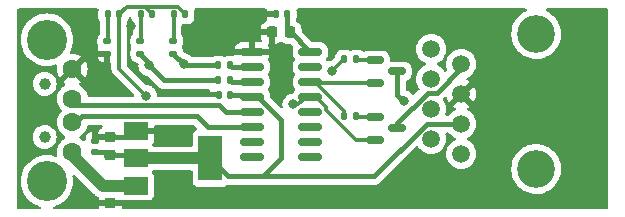
<source format=gbr>
%TF.GenerationSoftware,KiCad,Pcbnew,(6.0.4)*%
%TF.CreationDate,2023-01-25T09:54:27+09:00*%
%TF.ProjectId,naraetracker-usb-convertor,6e617261-6574-4726-9163-6b65722d7573,rev?*%
%TF.SameCoordinates,Original*%
%TF.FileFunction,Copper,L1,Top*%
%TF.FilePolarity,Positive*%
%FSLAX46Y46*%
G04 Gerber Fmt 4.6, Leading zero omitted, Abs format (unit mm)*
G04 Created by KiCad (PCBNEW (6.0.4)) date 2023-01-25 09:54:27*
%MOMM*%
%LPD*%
G01*
G04 APERTURE LIST*
G04 Aperture macros list*
%AMRoundRect*
0 Rectangle with rounded corners*
0 $1 Rounding radius*
0 $2 $3 $4 $5 $6 $7 $8 $9 X,Y pos of 4 corners*
0 Add a 4 corners polygon primitive as box body*
4,1,4,$2,$3,$4,$5,$6,$7,$8,$9,$2,$3,0*
0 Add four circle primitives for the rounded corners*
1,1,$1+$1,$2,$3*
1,1,$1+$1,$4,$5*
1,1,$1+$1,$6,$7*
1,1,$1+$1,$8,$9*
0 Add four rect primitives between the rounded corners*
20,1,$1+$1,$2,$3,$4,$5,0*
20,1,$1+$1,$4,$5,$6,$7,0*
20,1,$1+$1,$6,$7,$8,$9,0*
20,1,$1+$1,$8,$9,$2,$3,0*%
G04 Aperture macros list end*
%TA.AperFunction,SMDPad,CuDef*%
%ADD10RoundRect,0.150000X-0.825000X-0.150000X0.825000X-0.150000X0.825000X0.150000X-0.825000X0.150000X0*%
%TD*%
%TA.AperFunction,SMDPad,CuDef*%
%ADD11RoundRect,0.225000X-0.250000X0.225000X-0.250000X-0.225000X0.250000X-0.225000X0.250000X0.225000X0*%
%TD*%
%TA.AperFunction,SMDPad,CuDef*%
%ADD12RoundRect,0.135000X-0.135000X-0.185000X0.135000X-0.185000X0.135000X0.185000X-0.135000X0.185000X0*%
%TD*%
%TA.AperFunction,SMDPad,CuDef*%
%ADD13RoundRect,0.140000X-0.140000X-0.170000X0.140000X-0.170000X0.140000X0.170000X-0.140000X0.170000X0*%
%TD*%
%TA.AperFunction,SMDPad,CuDef*%
%ADD14RoundRect,0.140000X0.170000X-0.140000X0.170000X0.140000X-0.170000X0.140000X-0.170000X-0.140000X0*%
%TD*%
%TA.AperFunction,SMDPad,CuDef*%
%ADD15RoundRect,0.147500X-0.147500X-0.172500X0.147500X-0.172500X0.147500X0.172500X-0.147500X0.172500X0*%
%TD*%
%TA.AperFunction,ComponentPad*%
%ADD16C,3.200000*%
%TD*%
%TA.AperFunction,ComponentPad*%
%ADD17C,1.520000*%
%TD*%
%TA.AperFunction,SMDPad,CuDef*%
%ADD18R,2.000000X1.500000*%
%TD*%
%TA.AperFunction,SMDPad,CuDef*%
%ADD19R,2.000000X3.800000*%
%TD*%
%TA.AperFunction,ComponentPad*%
%ADD20C,1.000000*%
%TD*%
%TA.AperFunction,ComponentPad*%
%ADD21C,1.600000*%
%TD*%
%TA.AperFunction,ComponentPad*%
%ADD22C,3.400000*%
%TD*%
%TA.AperFunction,SMDPad,CuDef*%
%ADD23RoundRect,0.135000X0.135000X0.185000X-0.135000X0.185000X-0.135000X-0.185000X0.135000X-0.185000X0*%
%TD*%
%TA.AperFunction,SMDPad,CuDef*%
%ADD24RoundRect,0.135000X-0.185000X0.135000X-0.185000X-0.135000X0.185000X-0.135000X0.185000X0.135000X0*%
%TD*%
%TA.AperFunction,SMDPad,CuDef*%
%ADD25RoundRect,0.150000X-0.587500X-0.150000X0.587500X-0.150000X0.587500X0.150000X-0.587500X0.150000X0*%
%TD*%
%TA.AperFunction,SMDPad,CuDef*%
%ADD26RoundRect,0.225000X0.250000X-0.225000X0.250000X0.225000X-0.250000X0.225000X-0.250000X-0.225000X0*%
%TD*%
%TA.AperFunction,SMDPad,CuDef*%
%ADD27RoundRect,0.225000X-0.225000X-0.250000X0.225000X-0.250000X0.225000X0.250000X-0.225000X0.250000X0*%
%TD*%
%TA.AperFunction,ViaPad*%
%ADD28C,0.800000*%
%TD*%
%TA.AperFunction,Conductor*%
%ADD29C,1.000000*%
%TD*%
%TA.AperFunction,Conductor*%
%ADD30C,0.400000*%
%TD*%
%TA.AperFunction,Conductor*%
%ADD31C,0.300000*%
%TD*%
G04 APERTURE END LIST*
D10*
%TO.P,U2,1,GND*%
%TO.N,GND*%
X122747000Y-83947000D03*
%TO.P,U2,2,TXD*%
%TO.N,Net-(R1-Pad1)*%
X122747000Y-85217000D03*
%TO.P,U2,3,RXD*%
%TO.N,Net-(R2-Pad1)*%
X122747000Y-86487000D03*
%TO.P,U2,4,V3*%
%TO.N,+3V3*%
X122747000Y-87757000D03*
%TO.P,U2,5,UD+*%
%TO.N,/DP*%
X122747000Y-89027000D03*
%TO.P,U2,6,UD-*%
%TO.N,/DM*%
X122747000Y-90297000D03*
%TO.P,U2,7,NC*%
%TO.N,unconnected-(U2-Pad7)*%
X122747000Y-91567000D03*
%TO.P,U2,8,NC*%
%TO.N,unconnected-(U2-Pad8)*%
X122747000Y-92837000D03*
%TO.P,U2,9,~{CTS}*%
%TO.N,unconnected-(U2-Pad9)*%
X127697000Y-92837000D03*
%TO.P,U2,10,~{DSR}*%
%TO.N,unconnected-(U2-Pad10)*%
X127697000Y-91567000D03*
%TO.P,U2,11,~{RI}*%
%TO.N,unconnected-(U2-Pad11)*%
X127697000Y-90297000D03*
%TO.P,U2,12,~{DCD}*%
%TO.N,unconnected-(U2-Pad12)*%
X127697000Y-89027000D03*
%TO.P,U2,13,~{DTR}*%
%TO.N,Net-(Q1-Pad2)*%
X127697000Y-87757000D03*
%TO.P,U2,14,~{RTS}*%
%TO.N,Net-(Q2-Pad2)*%
X127697000Y-86487000D03*
%TO.P,U2,15,R232*%
%TO.N,unconnected-(U2-Pad15)*%
X127697000Y-85217000D03*
%TO.P,U2,16,VCC*%
%TO.N,Net-(C5-Pad2)*%
X127697000Y-83947000D03*
%TD*%
D11*
%TO.P,C1,1*%
%TO.N,VBUS*%
X110744000Y-95224000D03*
%TO.P,C1,2*%
%TO.N,GND*%
X110744000Y-96774000D03*
%TD*%
D12*
%TO.P,R4,1*%
%TO.N,Net-(Q1-Pad2)*%
X130554000Y-84582000D03*
%TO.P,R4,2*%
%TO.N,Net-(Q2-Pad1)*%
X131574000Y-84582000D03*
%TD*%
D13*
%TO.P,C5,1*%
%TO.N,GND*%
X124770000Y-80772000D03*
%TO.P,C5,2*%
%TO.N,Net-(C5-Pad2)*%
X125730000Y-80772000D03*
%TD*%
D14*
%TO.P,C3,1*%
%TO.N,+3V3*%
X109474000Y-92428000D03*
%TO.P,C3,2*%
%TO.N,GND*%
X109474000Y-91468000D03*
%TD*%
D15*
%TO.P,LEDRX1,1,K*%
%TO.N,Net-(LEDRX1-Pad1)*%
X113330000Y-80772000D03*
%TO.P,LEDRX1,2,A*%
%TO.N,+3V3*%
X114300000Y-80772000D03*
%TD*%
%TO.P,LEDPW1,1,K*%
%TO.N,Net-(LEDPW1-Pad1)*%
X110536000Y-80772000D03*
%TO.P,LEDPW1,2,A*%
%TO.N,+3V3*%
X111506000Y-80772000D03*
%TD*%
D16*
%TO.P,RJ1,*%
%TO.N,*%
X146812000Y-93858000D03*
X146812000Y-82428000D03*
D17*
%TO.P,RJ1,1,1*%
%TO.N,/TX*%
X140462000Y-92578000D03*
%TO.P,RJ1,2,2*%
%TO.N,/RST*%
X137922000Y-91308000D03*
%TO.P,RJ1,3,3*%
%TO.N,+3V3*%
X140462000Y-90038000D03*
%TO.P,RJ1,4,4*%
%TO.N,unconnected-(RJ1-Pad4)*%
X137922000Y-88768000D03*
%TO.P,RJ1,5,5*%
%TO.N,GND*%
X140462000Y-87508000D03*
%TO.P,RJ1,6,6*%
%TO.N,unconnected-(RJ1-Pad6)*%
X137922000Y-86238000D03*
%TO.P,RJ1,7,7*%
%TO.N,/IO0*%
X140462000Y-84958000D03*
%TO.P,RJ1,8,8*%
%TO.N,/RX*%
X137922000Y-83698000D03*
%TD*%
D18*
%TO.P,U1,1,GND*%
%TO.N,GND*%
X112928000Y-90664000D03*
D19*
%TO.P,U1,2,VO*%
%TO.N,+3V3*%
X119228000Y-92964000D03*
D18*
X112928000Y-92964000D03*
%TO.P,U1,3,VI*%
%TO.N,VBUS*%
X112928000Y-95264000D03*
%TD*%
D20*
%TO.P,USB1,*%
%TO.N,*%
X105191000Y-91150000D03*
X105191000Y-86650000D03*
D21*
%TO.P,USB1,1,VCC*%
%TO.N,VBUS*%
X107541000Y-92400000D03*
%TO.P,USB1,2,D-*%
%TO.N,/DM*%
X107541000Y-89900000D03*
%TO.P,USB1,3,D+*%
%TO.N,/DP*%
X107541000Y-87900000D03*
%TO.P,USB1,4,GND*%
%TO.N,GND*%
X107521000Y-85400000D03*
D22*
%TO.P,USB1,MH1,MH1*%
%TO.N,unconnected-(USB1-PadMH1)*%
X105381000Y-94900000D03*
%TO.P,USB1,MH2,MH2*%
%TO.N,unconnected-(USB1-PadMH2)*%
X105381000Y-82900000D03*
%TD*%
D23*
%TO.P,R2,1*%
%TO.N,Net-(R2-Pad1)*%
X120904000Y-86360000D03*
%TO.P,R2,2*%
%TO.N,/RX*%
X119884000Y-86360000D03*
%TD*%
D24*
%TO.P,R6,1*%
%TO.N,Net-(LEDTX1-Pad1)*%
X116078000Y-83058000D03*
%TO.P,R6,2*%
%TO.N,/TX*%
X116078000Y-84078000D03*
%TD*%
D23*
%TO.P,R1,1*%
%TO.N,Net-(R1-Pad1)*%
X120906000Y-85090000D03*
%TO.P,R1,2*%
%TO.N,/TX*%
X119886000Y-85090000D03*
%TD*%
D24*
%TO.P,R5,1*%
%TO.N,Net-(LEDPW1-Pad1)*%
X110490000Y-83058000D03*
%TO.P,R5,2*%
%TO.N,GND*%
X110490000Y-84078000D03*
%TD*%
D25*
%TO.P,Q2,1,B*%
%TO.N,Net-(Q2-Pad1)*%
X133174500Y-84648000D03*
%TO.P,Q2,2,E*%
%TO.N,Net-(Q2-Pad2)*%
X133174500Y-86548000D03*
%TO.P,Q2,3,C*%
%TO.N,/RST*%
X135049500Y-85598000D03*
%TD*%
D15*
%TO.P,LEDTX1,1,K*%
%TO.N,Net-(LEDTX1-Pad1)*%
X116101000Y-80772000D03*
%TO.P,LEDTX1,2,A*%
%TO.N,+3V3*%
X117071000Y-80772000D03*
%TD*%
D26*
%TO.P,C2,1*%
%TO.N,+3V3*%
X110744000Y-92710000D03*
%TO.P,C2,2*%
%TO.N,GND*%
X110744000Y-91160000D03*
%TD*%
D13*
%TO.P,C4,1*%
%TO.N,GND*%
X119916000Y-87630000D03*
%TO.P,C4,2*%
%TO.N,+3V3*%
X120876000Y-87630000D03*
%TD*%
D24*
%TO.P,R7,1*%
%TO.N,Net-(LEDRX1-Pad1)*%
X113284000Y-83058000D03*
%TO.P,R7,2*%
%TO.N,/RX*%
X113284000Y-84078000D03*
%TD*%
D25*
%TO.P,Q1,1,B*%
%TO.N,Net-(Q1-Pad1)*%
X133174500Y-89474000D03*
%TO.P,Q1,2,E*%
%TO.N,Net-(Q1-Pad2)*%
X133174500Y-91374000D03*
%TO.P,Q1,3,C*%
%TO.N,/IO0*%
X135049500Y-90424000D03*
%TD*%
D27*
%TO.P,C6,1*%
%TO.N,GND*%
X124434000Y-82296000D03*
%TO.P,C6,2*%
%TO.N,Net-(C5-Pad2)*%
X125984000Y-82296000D03*
%TD*%
D12*
%TO.P,R3,1*%
%TO.N,Net-(Q2-Pad2)*%
X130552000Y-89408000D03*
%TO.P,R3,2*%
%TO.N,Net-(Q1-Pad1)*%
X131572000Y-89408000D03*
%TD*%
D28*
%TO.N,GND*%
X117348000Y-90678000D03*
X112522000Y-81788000D03*
X120396000Y-82042000D03*
X108966000Y-81788000D03*
%TO.N,+3V3*%
X116078000Y-92964000D03*
X113792000Y-87657020D03*
%TO.N,Net-(Q1-Pad2)*%
X126238000Y-88392000D03*
X129540000Y-85598000D03*
%TO.N,/RST*%
X135636000Y-88138000D03*
%TO.N,/TX*%
X116965000Y-84965000D03*
%TO.N,/RX*%
X114046000Y-85090000D03*
%TD*%
D29*
%TO.N,VBUS*%
X110098000Y-95264000D02*
X112928000Y-95264000D01*
X107541000Y-92707000D02*
X110098000Y-95264000D01*
D30*
%TO.N,GND*%
X112432000Y-91160000D02*
X112928000Y-90664000D01*
X110998000Y-91160000D02*
X112432000Y-91160000D01*
D31*
%TO.N,+3V3*%
X116454372Y-80102480D02*
X113683372Y-80102480D01*
X111506000Y-85371020D02*
X113792000Y-87657020D01*
D30*
X110744000Y-92456000D02*
X110998000Y-92710000D01*
X125222000Y-89749862D02*
X125222000Y-92964000D01*
X120752000Y-94488000D02*
X119228000Y-92964000D01*
D29*
X112928000Y-92964000D02*
X116078000Y-92964000D01*
D30*
X137552203Y-90038000D02*
X140462000Y-90038000D01*
X109728000Y-92456000D02*
X110744000Y-92456000D01*
D31*
X117071000Y-80719108D02*
X116454372Y-80102480D01*
D30*
X110998000Y-92710000D02*
X112674000Y-92710000D01*
D31*
X114300000Y-80772000D02*
X114300000Y-80719108D01*
D30*
X123229138Y-87757000D02*
X125222000Y-89749862D01*
D31*
X117071000Y-80772000D02*
X117071000Y-80719108D01*
D29*
X116078000Y-92964000D02*
X119228000Y-92964000D01*
D30*
X123698000Y-94488000D02*
X120752000Y-94488000D01*
X120876000Y-87630000D02*
X122620000Y-87630000D01*
X123698000Y-94488000D02*
X133102203Y-94488000D01*
X112674000Y-92710000D02*
X112928000Y-92964000D01*
D31*
X111506000Y-80772000D02*
X111506000Y-85371020D01*
X113683372Y-80102480D02*
X112175520Y-80102480D01*
X114300000Y-80719108D02*
X113683372Y-80102480D01*
D30*
X122747000Y-87757000D02*
X123229138Y-87757000D01*
X122620000Y-87630000D02*
X122747000Y-87757000D01*
X125222000Y-92964000D02*
X123698000Y-94488000D01*
X133102203Y-94488000D02*
X137552203Y-90038000D01*
D31*
X112175520Y-80102480D02*
X111506000Y-80772000D01*
D30*
%TO.N,Net-(C5-Pad2)*%
X125730000Y-80772000D02*
X125730000Y-82042000D01*
X125984000Y-82296000D02*
X126046000Y-82296000D01*
X125730000Y-82042000D02*
X125984000Y-82296000D01*
X126046000Y-82296000D02*
X127697000Y-83947000D01*
D31*
%TO.N,Net-(LEDPW1-Pad1)*%
X110490000Y-80818000D02*
X110536000Y-80772000D01*
X110536000Y-80772000D02*
X110536000Y-83012000D01*
X110536000Y-83012000D02*
X110490000Y-83058000D01*
%TO.N,Net-(LEDRX1-Pad1)*%
X113284000Y-80818000D02*
X113330000Y-80772000D01*
X113330000Y-80772000D02*
X113330000Y-83012000D01*
X113330000Y-83012000D02*
X113284000Y-83058000D01*
%TO.N,Net-(LEDTX1-Pad1)*%
X116101000Y-80772000D02*
X116101000Y-83035000D01*
X116101000Y-83035000D02*
X116078000Y-83058000D01*
X116078000Y-80795000D02*
X116101000Y-80772000D01*
%TO.N,Net-(Q1-Pad1)*%
X133174500Y-89474000D02*
X131638000Y-89474000D01*
X131638000Y-89474000D02*
X131572000Y-89408000D01*
%TO.N,Net-(Q1-Pad2)*%
X129021520Y-88882734D02*
X129021520Y-88635520D01*
X131578786Y-91440000D02*
X129021520Y-88882734D01*
X130554000Y-84582000D02*
X130554000Y-84584000D01*
X128143000Y-87757000D02*
X127697000Y-87757000D01*
X133174500Y-91374000D02*
X133162000Y-91374000D01*
X126650573Y-88392000D02*
X127285573Y-87757000D01*
X126238000Y-88392000D02*
X126650573Y-88392000D01*
X127285573Y-87757000D02*
X127697000Y-87757000D01*
X133096000Y-91440000D02*
X131578786Y-91440000D01*
X130554000Y-84584000D02*
X129540000Y-85598000D01*
X129021520Y-88635520D02*
X128143000Y-87757000D01*
X133162000Y-91374000D02*
X133096000Y-91440000D01*
D30*
%TO.N,/IO0*%
X138402286Y-87397511D02*
X140462000Y-85337797D01*
X137652692Y-87397511D02*
X138402286Y-87397511D01*
X135049500Y-90424000D02*
X135049500Y-90000703D01*
X140462000Y-85337797D02*
X140462000Y-84958000D01*
X135049500Y-90000703D02*
X137652692Y-87397511D01*
D31*
%TO.N,Net-(Q2-Pad1)*%
X133174500Y-84648000D02*
X131640000Y-84648000D01*
X131640000Y-84648000D02*
X131574000Y-84582000D01*
%TO.N,Net-(Q2-Pad2)*%
X128108427Y-86487000D02*
X127697000Y-86487000D01*
X130552000Y-88930573D02*
X128108427Y-86487000D01*
X133174500Y-86548000D02*
X127758000Y-86548000D01*
X130552000Y-89408000D02*
X130552000Y-88930573D01*
X127758000Y-86548000D02*
X127697000Y-86487000D01*
D30*
%TO.N,/RST*%
X135636000Y-88138000D02*
X135049500Y-87551500D01*
X135049500Y-87551500D02*
X135049500Y-85598000D01*
%TO.N,Net-(R1-Pad1)*%
X122747000Y-85217000D02*
X121033000Y-85217000D01*
X121033000Y-85217000D02*
X120906000Y-85090000D01*
%TO.N,/TX*%
X119886000Y-85090000D02*
X117090000Y-85090000D01*
X116965000Y-84965000D02*
X116078000Y-84078000D01*
X117090000Y-85090000D02*
X116965000Y-84965000D01*
%TO.N,Net-(R2-Pad1)*%
X121031000Y-86487000D02*
X120904000Y-86360000D01*
X122747000Y-86487000D02*
X121031000Y-86487000D01*
%TO.N,/RX*%
X114046000Y-85090000D02*
X115316000Y-86360000D01*
X114046000Y-84840000D02*
X113284000Y-84078000D01*
X115316000Y-86360000D02*
X119884000Y-86360000D01*
X114046000Y-85090000D02*
X114046000Y-84840000D01*
%TO.N,/DP*%
X120523000Y-89027000D02*
X122747000Y-89027000D01*
X119952520Y-88456520D02*
X120523000Y-89027000D01*
X107541000Y-88207000D02*
X107790520Y-88456520D01*
X107790520Y-88456520D02*
X119952520Y-88456520D01*
%TO.N,/DM*%
X118999000Y-90297000D02*
X122747000Y-90297000D01*
X107541000Y-90207000D02*
X108340999Y-89407001D01*
X108340999Y-89407001D02*
X118109001Y-89407001D01*
X118109001Y-89407001D02*
X118999000Y-90297000D01*
%TD*%
%TA.AperFunction,Conductor*%
%TO.N,GND*%
G36*
X109703007Y-80284502D02*
G01*
X109749500Y-80338158D01*
X109759604Y-80408432D01*
X109755883Y-80425653D01*
X109737221Y-80489886D01*
X109737220Y-80489891D01*
X109735427Y-80496063D01*
X109734923Y-80502468D01*
X109734922Y-80502473D01*
X109732693Y-80530797D01*
X109732500Y-80533253D01*
X109732501Y-81010746D01*
X109735427Y-81047937D01*
X109763370Y-81144119D01*
X109777859Y-81193988D01*
X109781668Y-81207100D01*
X109859137Y-81338093D01*
X109859954Y-81339475D01*
X109877500Y-81403614D01*
X109877500Y-82388263D01*
X109857498Y-82456384D01*
X109840595Y-82477358D01*
X109792494Y-82525459D01*
X109788460Y-82532280D01*
X109777981Y-82550000D01*
X109709731Y-82665404D01*
X109707520Y-82673015D01*
X109707519Y-82673017D01*
X109698676Y-82703456D01*
X109664371Y-82821534D01*
X109663867Y-82827941D01*
X109663866Y-82827945D01*
X109661693Y-82855556D01*
X109661500Y-82858011D01*
X109661501Y-83257988D01*
X109664371Y-83294466D01*
X109709731Y-83450596D01*
X109741523Y-83504353D01*
X109758982Y-83573166D01*
X109741522Y-83632630D01*
X109714229Y-83678780D01*
X109707981Y-83693217D01*
X109675039Y-83806605D01*
X109675079Y-83820705D01*
X109682349Y-83824000D01*
X110152458Y-83824000D01*
X110187610Y-83829003D01*
X110197353Y-83831834D01*
X110197360Y-83831835D01*
X110203534Y-83833629D01*
X110209941Y-83834133D01*
X110209945Y-83834134D01*
X110237556Y-83836307D01*
X110237562Y-83836307D01*
X110240011Y-83836500D01*
X110249930Y-83836500D01*
X110618001Y-83836499D01*
X110686120Y-83856501D01*
X110732613Y-83910156D01*
X110744000Y-83962499D01*
X110744000Y-84837566D01*
X110748475Y-84852805D01*
X110751689Y-84855590D01*
X110807028Y-84883044D01*
X110843474Y-84943972D01*
X110847500Y-84975569D01*
X110847500Y-85288964D01*
X110846941Y-85300820D01*
X110845212Y-85308557D01*
X110847427Y-85379042D01*
X110847438Y-85379389D01*
X110847500Y-85383347D01*
X110847500Y-85412452D01*
X110848056Y-85416852D01*
X110848988Y-85428684D01*
X110850438Y-85474851D01*
X110852650Y-85482464D01*
X110852650Y-85482465D01*
X110856419Y-85495436D01*
X110860430Y-85514802D01*
X110863118Y-85536084D01*
X110866034Y-85543449D01*
X110866035Y-85543453D01*
X110880126Y-85579041D01*
X110883965Y-85590251D01*
X110896855Y-85634620D01*
X110907775Y-85653085D01*
X110916466Y-85670825D01*
X110924365Y-85690776D01*
X110944478Y-85718459D01*
X110951516Y-85728146D01*
X110958033Y-85738068D01*
X110977507Y-85770997D01*
X110977510Y-85771001D01*
X110981547Y-85777827D01*
X110996711Y-85792991D01*
X111009551Y-85808024D01*
X111022159Y-85825377D01*
X111054341Y-85852000D01*
X111057752Y-85854822D01*
X111066532Y-85862812D01*
X112736645Y-87532925D01*
X112770671Y-87595237D01*
X112765606Y-87666052D01*
X112723059Y-87722888D01*
X112656539Y-87747699D01*
X112647550Y-87748020D01*
X108951619Y-87748020D01*
X108883498Y-87728018D01*
X108837005Y-87674362D01*
X108829912Y-87654631D01*
X108826118Y-87640469D01*
X108784307Y-87484432D01*
X108776707Y-87456067D01*
X108776706Y-87456065D01*
X108775284Y-87450757D01*
X108761686Y-87421595D01*
X108680849Y-87248238D01*
X108680846Y-87248233D01*
X108678523Y-87243251D01*
X108601039Y-87132592D01*
X108550357Y-87060211D01*
X108550355Y-87060208D01*
X108547198Y-87055700D01*
X108385300Y-86893802D01*
X108380792Y-86890645D01*
X108380789Y-86890643D01*
X108298372Y-86832934D01*
X108197749Y-86762477D01*
X108189426Y-86758596D01*
X108188203Y-86757520D01*
X108187998Y-86757401D01*
X108188022Y-86757360D01*
X108136139Y-86711681D01*
X108116675Y-86643405D01*
X108137214Y-86575444D01*
X108177602Y-86537237D01*
X108177498Y-86537088D01*
X108178506Y-86536382D01*
X108179671Y-86535280D01*
X108182002Y-86533934D01*
X108234048Y-86497491D01*
X108242424Y-86487012D01*
X108235356Y-86473566D01*
X107533812Y-85772022D01*
X107519868Y-85764408D01*
X107518035Y-85764539D01*
X107511420Y-85768790D01*
X106805923Y-86474287D01*
X106799493Y-86486062D01*
X106808789Y-86498077D01*
X106859994Y-86533931D01*
X106869487Y-86539412D01*
X106872555Y-86540843D01*
X106873679Y-86541832D01*
X106874253Y-86542164D01*
X106874186Y-86542279D01*
X106925839Y-86587762D01*
X106945298Y-86656039D01*
X106924755Y-86723999D01*
X106884181Y-86762378D01*
X106884251Y-86762477D01*
X106879742Y-86765634D01*
X106879739Y-86765636D01*
X106701211Y-86890643D01*
X106701208Y-86890645D01*
X106696700Y-86893802D01*
X106534802Y-87055700D01*
X106531645Y-87060208D01*
X106531643Y-87060211D01*
X106480961Y-87132592D01*
X106403477Y-87243251D01*
X106401154Y-87248233D01*
X106401151Y-87248238D01*
X106320314Y-87421595D01*
X106306716Y-87450757D01*
X106305294Y-87456065D01*
X106305293Y-87456067D01*
X106251098Y-87658325D01*
X106247457Y-87671913D01*
X106227502Y-87900000D01*
X106247457Y-88128087D01*
X106248881Y-88133400D01*
X106248881Y-88133402D01*
X106301005Y-88327928D01*
X106306716Y-88349243D01*
X106309039Y-88354224D01*
X106309039Y-88354225D01*
X106401151Y-88551762D01*
X106401154Y-88551767D01*
X106403477Y-88556749D01*
X106453179Y-88627731D01*
X106521609Y-88725458D01*
X106534802Y-88744300D01*
X106601407Y-88810905D01*
X106635433Y-88873217D01*
X106630368Y-88944032D01*
X106601407Y-88989095D01*
X106534802Y-89055700D01*
X106531645Y-89060208D01*
X106531643Y-89060211D01*
X106476902Y-89138389D01*
X106403477Y-89243251D01*
X106401154Y-89248233D01*
X106401151Y-89248238D01*
X106315002Y-89432988D01*
X106306716Y-89450757D01*
X106305294Y-89456065D01*
X106305293Y-89456067D01*
X106253098Y-89650861D01*
X106247457Y-89671913D01*
X106227502Y-89900000D01*
X106247457Y-90128087D01*
X106248881Y-90133400D01*
X106248881Y-90133402D01*
X106299956Y-90324013D01*
X106306716Y-90349243D01*
X106309039Y-90354224D01*
X106309039Y-90354225D01*
X106401151Y-90551762D01*
X106401154Y-90551767D01*
X106403477Y-90556749D01*
X106446990Y-90618892D01*
X106511206Y-90710601D01*
X106534802Y-90744300D01*
X106696700Y-90906198D01*
X106701208Y-90909355D01*
X106701211Y-90909357D01*
X106743983Y-90939306D01*
X106884251Y-91037523D01*
X106889233Y-91039846D01*
X106891027Y-91040882D01*
X106940019Y-91092266D01*
X106953454Y-91161979D01*
X106927066Y-91227890D01*
X106891027Y-91259118D01*
X106889233Y-91260154D01*
X106884251Y-91262477D01*
X106811856Y-91313169D01*
X106701211Y-91390643D01*
X106701208Y-91390645D01*
X106696700Y-91393802D01*
X106534802Y-91555700D01*
X106531645Y-91560208D01*
X106531643Y-91560211D01*
X106484295Y-91627831D01*
X106403477Y-91743251D01*
X106401154Y-91748233D01*
X106401151Y-91748238D01*
X106314098Y-91934926D01*
X106306716Y-91950757D01*
X106305294Y-91956065D01*
X106305293Y-91956067D01*
X106258584Y-92130387D01*
X106247457Y-92171913D01*
X106227502Y-92400000D01*
X106247457Y-92628087D01*
X106248881Y-92633400D01*
X106248881Y-92633402D01*
X106255349Y-92657541D01*
X106253659Y-92728518D01*
X106213864Y-92787314D01*
X106148600Y-92815261D01*
X106093141Y-92809465D01*
X105957743Y-92763504D01*
X105953828Y-92762175D01*
X105949784Y-92761371D01*
X105949778Y-92761369D01*
X105673929Y-92706500D01*
X105673926Y-92706500D01*
X105669886Y-92705696D01*
X105665775Y-92705427D01*
X105665771Y-92705426D01*
X105385119Y-92687031D01*
X105381000Y-92686761D01*
X105376881Y-92687031D01*
X105096229Y-92705426D01*
X105096225Y-92705427D01*
X105092114Y-92705696D01*
X105088074Y-92706500D01*
X105088071Y-92706500D01*
X104812222Y-92761369D01*
X104812216Y-92761371D01*
X104808172Y-92762175D01*
X104804266Y-92763501D01*
X104804262Y-92763502D01*
X104537930Y-92853910D01*
X104534030Y-92855234D01*
X104530337Y-92857055D01*
X104530335Y-92857056D01*
X104363426Y-92939367D01*
X104274381Y-92983279D01*
X104033665Y-93144119D01*
X104030573Y-93146831D01*
X104030566Y-93146836D01*
X103836970Y-93316617D01*
X103816004Y-93335004D01*
X103813295Y-93338093D01*
X103627836Y-93549566D01*
X103627831Y-93549573D01*
X103625119Y-93552665D01*
X103464279Y-93793381D01*
X103336234Y-94053030D01*
X103334911Y-94056928D01*
X103334910Y-94056930D01*
X103247517Y-94314382D01*
X103243175Y-94327172D01*
X103242371Y-94331216D01*
X103242369Y-94331222D01*
X103214195Y-94472866D01*
X103186696Y-94611114D01*
X103167761Y-94900000D01*
X103168031Y-94904119D01*
X103186246Y-95182014D01*
X103186696Y-95188886D01*
X103187500Y-95192926D01*
X103187500Y-95192929D01*
X103233761Y-95425498D01*
X103243175Y-95472828D01*
X103244501Y-95476734D01*
X103244502Y-95476738D01*
X103334910Y-95743070D01*
X103336234Y-95746970D01*
X103464279Y-96006619D01*
X103625119Y-96247335D01*
X103627831Y-96250427D01*
X103627836Y-96250434D01*
X103764432Y-96406190D01*
X103816004Y-96464996D01*
X103819093Y-96467705D01*
X104030565Y-96653163D01*
X104030571Y-96653168D01*
X104033665Y-96655881D01*
X104274380Y-96816721D01*
X104278079Y-96818545D01*
X104278084Y-96818548D01*
X104530335Y-96942944D01*
X104534030Y-96944766D01*
X104537924Y-96946088D01*
X104537934Y-96946092D01*
X104803346Y-97036187D01*
X104861423Y-97077024D01*
X104888201Y-97142777D01*
X104875180Y-97212569D01*
X104826493Y-97264242D01*
X104762845Y-97281500D01*
X102996500Y-97281500D01*
X102928379Y-97261498D01*
X102881886Y-97207842D01*
X102870500Y-97155500D01*
X102870500Y-91135851D01*
X104177719Y-91135851D01*
X104178235Y-91141995D01*
X104193518Y-91324000D01*
X104194268Y-91332934D01*
X104216906Y-91411881D01*
X104246045Y-91513500D01*
X104248783Y-91523050D01*
X104253180Y-91531606D01*
X104308631Y-91639500D01*
X104339187Y-91698956D01*
X104462035Y-91853953D01*
X104466728Y-91857947D01*
X104466729Y-91857948D01*
X104602194Y-91973237D01*
X104612650Y-91982136D01*
X104785294Y-92078624D01*
X104973392Y-92139740D01*
X105169777Y-92163158D01*
X105175912Y-92162686D01*
X105175914Y-92162686D01*
X105360830Y-92148457D01*
X105360834Y-92148456D01*
X105366972Y-92147984D01*
X105557463Y-92094798D01*
X105562967Y-92092018D01*
X105562969Y-92092017D01*
X105728495Y-92008404D01*
X105728497Y-92008403D01*
X105733996Y-92005625D01*
X105889847Y-91883861D01*
X105997184Y-91759510D01*
X106015049Y-91738813D01*
X106015050Y-91738811D01*
X106019078Y-91734145D01*
X106116769Y-91562179D01*
X106179197Y-91374513D01*
X106203985Y-91178295D01*
X106204380Y-91150000D01*
X106185080Y-90953167D01*
X106182053Y-90943139D01*
X106141214Y-90807876D01*
X106127916Y-90763831D01*
X106035066Y-90589204D01*
X105949133Y-90483840D01*
X105913960Y-90440713D01*
X105913957Y-90440710D01*
X105910065Y-90435938D01*
X105903724Y-90430692D01*
X105762425Y-90313799D01*
X105762421Y-90313797D01*
X105757675Y-90309870D01*
X105583701Y-90215802D01*
X105394768Y-90157318D01*
X105388643Y-90156674D01*
X105388642Y-90156674D01*
X105204204Y-90137289D01*
X105204202Y-90137289D01*
X105198075Y-90136645D01*
X105115576Y-90144153D01*
X105007251Y-90154011D01*
X105007248Y-90154012D01*
X105001112Y-90154570D01*
X104995206Y-90156308D01*
X104995202Y-90156309D01*
X104900321Y-90184234D01*
X104811381Y-90210410D01*
X104805923Y-90213263D01*
X104805919Y-90213265D01*
X104718219Y-90259114D01*
X104636110Y-90302040D01*
X104481975Y-90425968D01*
X104354846Y-90577474D01*
X104351879Y-90582872D01*
X104351875Y-90582877D01*
X104284653Y-90705156D01*
X104259567Y-90750787D01*
X104257706Y-90756654D01*
X104257705Y-90756656D01*
X104209265Y-90909357D01*
X104199765Y-90939306D01*
X104177719Y-91135851D01*
X102870500Y-91135851D01*
X102870500Y-86635851D01*
X104177719Y-86635851D01*
X104178235Y-86641995D01*
X104193381Y-86822365D01*
X104194268Y-86832934D01*
X104204056Y-86867069D01*
X104246406Y-87014759D01*
X104248783Y-87023050D01*
X104251602Y-87028535D01*
X104329694Y-87180484D01*
X104339187Y-87198956D01*
X104462035Y-87353953D01*
X104466728Y-87357947D01*
X104466729Y-87357948D01*
X104587597Y-87460814D01*
X104612650Y-87482136D01*
X104785294Y-87578624D01*
X104973392Y-87639740D01*
X105169777Y-87663158D01*
X105175912Y-87662686D01*
X105175914Y-87662686D01*
X105360830Y-87648457D01*
X105360834Y-87648456D01*
X105366972Y-87647984D01*
X105557463Y-87594798D01*
X105562967Y-87592018D01*
X105562969Y-87592017D01*
X105728495Y-87508404D01*
X105728497Y-87508403D01*
X105733996Y-87505625D01*
X105889847Y-87383861D01*
X105999911Y-87256350D01*
X106015049Y-87238813D01*
X106015050Y-87238811D01*
X106019078Y-87234145D01*
X106116769Y-87062179D01*
X106179197Y-86874513D01*
X106203985Y-86678295D01*
X106204380Y-86650000D01*
X106185080Y-86453167D01*
X106171698Y-86408842D01*
X106131738Y-86276491D01*
X106127916Y-86263831D01*
X106035066Y-86089204D01*
X105928706Y-85958794D01*
X105913960Y-85940713D01*
X105913957Y-85940710D01*
X105910065Y-85935938D01*
X105903724Y-85930692D01*
X105762425Y-85813799D01*
X105762421Y-85813797D01*
X105757675Y-85809870D01*
X105583701Y-85715802D01*
X105394768Y-85657318D01*
X105388643Y-85656674D01*
X105388642Y-85656674D01*
X105204204Y-85637289D01*
X105204202Y-85637289D01*
X105198075Y-85636645D01*
X105115576Y-85644153D01*
X105007251Y-85654011D01*
X105007248Y-85654012D01*
X105001112Y-85654570D01*
X104995206Y-85656308D01*
X104995202Y-85656309D01*
X104909199Y-85681621D01*
X104811381Y-85710410D01*
X104805923Y-85713263D01*
X104805919Y-85713265D01*
X104715147Y-85760720D01*
X104636110Y-85802040D01*
X104481975Y-85925968D01*
X104354846Y-86077474D01*
X104351879Y-86082872D01*
X104351875Y-86082877D01*
X104307104Y-86164317D01*
X104259567Y-86250787D01*
X104257706Y-86256654D01*
X104257705Y-86256656D01*
X104212686Y-86398574D01*
X104199765Y-86439306D01*
X104177719Y-86635851D01*
X102870500Y-86635851D01*
X102870500Y-82900000D01*
X103167761Y-82900000D01*
X103168031Y-82904119D01*
X103184614Y-83157116D01*
X103186696Y-83188886D01*
X103187500Y-83192926D01*
X103187500Y-83192929D01*
X103240110Y-83457418D01*
X103243175Y-83472828D01*
X103244501Y-83476734D01*
X103244502Y-83476738D01*
X103334910Y-83743070D01*
X103336234Y-83746970D01*
X103338053Y-83750658D01*
X103338056Y-83750665D01*
X103379219Y-83834134D01*
X103464279Y-84006619D01*
X103625119Y-84247335D01*
X103627831Y-84250427D01*
X103627836Y-84250434D01*
X103788793Y-84433968D01*
X103816004Y-84464996D01*
X103819093Y-84467705D01*
X104030565Y-84653163D01*
X104030571Y-84653168D01*
X104033665Y-84655881D01*
X104274380Y-84816721D01*
X104278079Y-84818545D01*
X104278084Y-84818548D01*
X104491002Y-84923547D01*
X104534030Y-84944766D01*
X104537928Y-84946089D01*
X104537930Y-84946090D01*
X104804262Y-85036498D01*
X104804266Y-85036499D01*
X104808172Y-85037825D01*
X104812216Y-85038629D01*
X104812222Y-85038631D01*
X105088071Y-85093500D01*
X105088074Y-85093500D01*
X105092114Y-85094304D01*
X105096225Y-85094573D01*
X105096229Y-85094574D01*
X105376881Y-85112969D01*
X105381000Y-85113239D01*
X105385119Y-85112969D01*
X105665771Y-85094574D01*
X105665775Y-85094573D01*
X105669886Y-85094304D01*
X105673926Y-85093500D01*
X105673929Y-85093500D01*
X105949778Y-85038631D01*
X105949784Y-85038629D01*
X105953828Y-85037825D01*
X105974767Y-85030717D01*
X106071709Y-84997810D01*
X106142644Y-84994854D01*
X106203916Y-85030717D01*
X106236073Y-85094014D01*
X106233917Y-85149732D01*
X106229376Y-85166681D01*
X106227472Y-85177481D01*
X106208483Y-85394525D01*
X106208483Y-85405475D01*
X106227472Y-85622519D01*
X106229375Y-85633312D01*
X106285764Y-85843761D01*
X106289510Y-85854053D01*
X106381586Y-86051511D01*
X106387069Y-86061006D01*
X106423509Y-86113048D01*
X106433988Y-86121424D01*
X106447434Y-86114356D01*
X107160658Y-85401132D01*
X107885408Y-85401132D01*
X107885539Y-85402965D01*
X107889790Y-85409580D01*
X108595287Y-86115077D01*
X108607062Y-86121507D01*
X108619077Y-86112211D01*
X108654931Y-86061006D01*
X108660414Y-86051511D01*
X108752490Y-85854053D01*
X108756236Y-85843761D01*
X108812625Y-85633312D01*
X108814528Y-85622519D01*
X108833517Y-85405475D01*
X108833517Y-85394525D01*
X108814528Y-85177481D01*
X108812625Y-85166688D01*
X108756236Y-84956239D01*
X108752490Y-84945947D01*
X108660414Y-84748489D01*
X108654931Y-84738994D01*
X108618491Y-84686952D01*
X108608012Y-84678576D01*
X108594566Y-84685644D01*
X107893022Y-85387188D01*
X107885408Y-85401132D01*
X107160658Y-85401132D01*
X108217919Y-84343871D01*
X109673434Y-84343871D01*
X109707981Y-84462783D01*
X109714230Y-84477222D01*
X109788854Y-84603405D01*
X109798501Y-84615841D01*
X109902159Y-84719499D01*
X109914595Y-84729146D01*
X110040778Y-84803770D01*
X110055217Y-84810019D01*
X110197436Y-84851338D01*
X110210023Y-84853637D01*
X110217943Y-84854260D01*
X110233030Y-84851090D01*
X110236000Y-84839626D01*
X110236000Y-84350115D01*
X110231525Y-84334876D01*
X110230135Y-84333671D01*
X110222452Y-84332000D01*
X109688100Y-84332000D01*
X109674569Y-84335973D01*
X109673434Y-84343871D01*
X108217919Y-84343871D01*
X108236077Y-84325713D01*
X108242507Y-84313938D01*
X108233211Y-84301923D01*
X108182006Y-84266069D01*
X108172511Y-84260586D01*
X107975053Y-84168510D01*
X107964761Y-84164764D01*
X107754312Y-84108375D01*
X107743519Y-84106472D01*
X107526475Y-84087483D01*
X107515515Y-84087483D01*
X107469215Y-84091534D01*
X107399610Y-84077546D01*
X107348618Y-84028147D01*
X107332427Y-83959021D01*
X107345226Y-83910288D01*
X107425766Y-83746970D01*
X107427090Y-83743070D01*
X107517498Y-83476738D01*
X107517499Y-83476734D01*
X107518825Y-83472828D01*
X107521891Y-83457418D01*
X107574500Y-83192929D01*
X107574500Y-83192926D01*
X107575304Y-83188886D01*
X107577387Y-83157116D01*
X107593969Y-82904119D01*
X107594239Y-82900000D01*
X107580664Y-82692883D01*
X107575574Y-82615229D01*
X107575573Y-82615225D01*
X107575304Y-82611114D01*
X107572149Y-82595251D01*
X107519631Y-82331222D01*
X107519629Y-82331216D01*
X107518825Y-82327172D01*
X107450700Y-82126481D01*
X107427090Y-82056930D01*
X107427089Y-82056928D01*
X107425766Y-82053030D01*
X107396704Y-81994097D01*
X107299550Y-81797090D01*
X107297721Y-81793381D01*
X107136881Y-81552665D01*
X107134169Y-81549573D01*
X107134164Y-81549566D01*
X106948705Y-81338093D01*
X106945996Y-81335004D01*
X106800151Y-81207100D01*
X106731435Y-81146837D01*
X106731429Y-81146832D01*
X106728335Y-81144119D01*
X106487620Y-80983279D01*
X106483921Y-80981455D01*
X106483916Y-80981452D01*
X106231665Y-80857056D01*
X106231663Y-80857055D01*
X106227970Y-80855234D01*
X106224070Y-80853910D01*
X105957738Y-80763502D01*
X105957734Y-80763501D01*
X105953828Y-80762175D01*
X105949784Y-80761371D01*
X105949778Y-80761369D01*
X105673929Y-80706500D01*
X105673926Y-80706500D01*
X105669886Y-80705696D01*
X105665775Y-80705427D01*
X105665771Y-80705426D01*
X105385119Y-80687031D01*
X105381000Y-80686761D01*
X105376881Y-80687031D01*
X105096229Y-80705426D01*
X105096225Y-80705427D01*
X105092114Y-80705696D01*
X105088074Y-80706500D01*
X105088071Y-80706500D01*
X104812222Y-80761369D01*
X104812216Y-80761371D01*
X104808172Y-80762175D01*
X104804266Y-80763501D01*
X104804262Y-80763502D01*
X104537930Y-80853910D01*
X104534030Y-80855234D01*
X104530337Y-80857055D01*
X104530335Y-80857056D01*
X104462475Y-80890521D01*
X104274381Y-80983279D01*
X104033665Y-81144119D01*
X104030573Y-81146831D01*
X104030566Y-81146836D01*
X103961849Y-81207100D01*
X103816004Y-81335004D01*
X103813295Y-81338093D01*
X103627836Y-81549566D01*
X103627831Y-81549573D01*
X103625119Y-81552665D01*
X103464279Y-81793381D01*
X103462450Y-81797090D01*
X103365297Y-81994097D01*
X103336234Y-82053030D01*
X103334911Y-82056928D01*
X103334910Y-82056930D01*
X103311301Y-82126481D01*
X103243175Y-82327172D01*
X103242371Y-82331216D01*
X103242369Y-82331222D01*
X103189851Y-82595251D01*
X103186696Y-82611114D01*
X103186427Y-82615225D01*
X103186426Y-82615229D01*
X103181336Y-82692883D01*
X103167761Y-82900000D01*
X102870500Y-82900000D01*
X102870500Y-80390500D01*
X102890502Y-80322379D01*
X102944158Y-80275886D01*
X102996500Y-80264500D01*
X109634886Y-80264500D01*
X109703007Y-80284502D01*
G37*
%TD.AperFunction*%
%TA.AperFunction,Conductor*%
G36*
X145961532Y-80284502D02*
G01*
X146008025Y-80338158D01*
X146018129Y-80408432D01*
X145988635Y-80473012D01*
X145942846Y-80506397D01*
X145852524Y-80544923D01*
X145774436Y-80591658D01*
X145609521Y-80690357D01*
X145609517Y-80690360D01*
X145605839Y-80692561D01*
X145381472Y-80872313D01*
X145355426Y-80899760D01*
X145220903Y-81041518D01*
X145183577Y-81080851D01*
X145015814Y-81314317D01*
X145013805Y-81318112D01*
X145013804Y-81318113D01*
X145000658Y-81342942D01*
X144881288Y-81568392D01*
X144782489Y-81838373D01*
X144721245Y-82119264D01*
X144720909Y-82123534D01*
X144700075Y-82388263D01*
X144698689Y-82405869D01*
X144715238Y-82692883D01*
X144716063Y-82697088D01*
X144716064Y-82697096D01*
X144746476Y-82852107D01*
X144770586Y-82974995D01*
X144771973Y-82979045D01*
X144771974Y-82979050D01*
X144844847Y-83191892D01*
X144863710Y-83246986D01*
X144879898Y-83279172D01*
X144979338Y-83476886D01*
X144992885Y-83503822D01*
X145155721Y-83740750D01*
X145158608Y-83743923D01*
X145158609Y-83743924D01*
X145313033Y-83913634D01*
X145349206Y-83953388D01*
X145352501Y-83956143D01*
X145352502Y-83956144D01*
X145564631Y-84133510D01*
X145569759Y-84137798D01*
X145813298Y-84290571D01*
X146075318Y-84408877D01*
X146083964Y-84411438D01*
X146346857Y-84489311D01*
X146346862Y-84489312D01*
X146350970Y-84490529D01*
X146355204Y-84491177D01*
X146355209Y-84491178D01*
X146594538Y-84527800D01*
X146635153Y-84534015D01*
X146781485Y-84536314D01*
X146918317Y-84538464D01*
X146918323Y-84538464D01*
X146922608Y-84538531D01*
X146926860Y-84538016D01*
X146926868Y-84538016D01*
X147203756Y-84504508D01*
X147203761Y-84504507D01*
X147208017Y-84503992D01*
X147335315Y-84470596D01*
X147481954Y-84432126D01*
X147481955Y-84432126D01*
X147486097Y-84431039D01*
X147751704Y-84321021D01*
X147957095Y-84201000D01*
X147996219Y-84178138D01*
X147996220Y-84178137D01*
X147999922Y-84175974D01*
X148226159Y-83998582D01*
X148241685Y-83982561D01*
X148363845Y-83856501D01*
X148426227Y-83792128D01*
X148428760Y-83788680D01*
X148428764Y-83788675D01*
X148593887Y-83563886D01*
X148596425Y-83560431D01*
X148614700Y-83526773D01*
X148731554Y-83311555D01*
X148731555Y-83311553D01*
X148733604Y-83307779D01*
X148797497Y-83138693D01*
X148833707Y-83042866D01*
X148833708Y-83042862D01*
X148835225Y-83038848D01*
X148876076Y-82860484D01*
X148898449Y-82762797D01*
X148898450Y-82762793D01*
X148899407Y-82758613D01*
X148902907Y-82719402D01*
X148924743Y-82474726D01*
X148924743Y-82474724D01*
X148924963Y-82472260D01*
X148925427Y-82428000D01*
X148905873Y-82141175D01*
X148901336Y-82119264D01*
X148848443Y-81863855D01*
X148847574Y-81859658D01*
X148751607Y-81588657D01*
X148688530Y-81466448D01*
X148621715Y-81336995D01*
X148621715Y-81336994D01*
X148619750Y-81333188D01*
X148606488Y-81314317D01*
X148488780Y-81146837D01*
X148454441Y-81097977D01*
X148258740Y-80887378D01*
X148036268Y-80705287D01*
X147791142Y-80555073D01*
X147679058Y-80505872D01*
X147624725Y-80460177D01*
X147603720Y-80392359D01*
X147622714Y-80323951D01*
X147675678Y-80276671D01*
X147729706Y-80264500D01*
X152781500Y-80264500D01*
X152849621Y-80284502D01*
X152896114Y-80338158D01*
X152907500Y-80390500D01*
X152907500Y-97155500D01*
X152887498Y-97223621D01*
X152833842Y-97270114D01*
X152781500Y-97281500D01*
X111842615Y-97281500D01*
X111774494Y-97261498D01*
X111728001Y-97207842D01*
X111717271Y-97142657D01*
X111726672Y-97050901D01*
X111726929Y-97045874D01*
X111722525Y-97030876D01*
X111721135Y-97029671D01*
X111713452Y-97028000D01*
X109779115Y-97028000D01*
X109763876Y-97032475D01*
X109762671Y-97033865D01*
X109761000Y-97041548D01*
X109761000Y-97044438D01*
X109761337Y-97050953D01*
X109770836Y-97142495D01*
X109757972Y-97212317D01*
X109709401Y-97264099D01*
X109645509Y-97281500D01*
X105999155Y-97281500D01*
X105931034Y-97261498D01*
X105884541Y-97207842D01*
X105874437Y-97137568D01*
X105903931Y-97072988D01*
X105958654Y-97036187D01*
X106224066Y-96946092D01*
X106224076Y-96946088D01*
X106227970Y-96944766D01*
X106231665Y-96942944D01*
X106483916Y-96818548D01*
X106483921Y-96818545D01*
X106487620Y-96816721D01*
X106728335Y-96655881D01*
X106731429Y-96653168D01*
X106731435Y-96653163D01*
X106942907Y-96467705D01*
X106945996Y-96464996D01*
X106997568Y-96406190D01*
X107134164Y-96250434D01*
X107134169Y-96250427D01*
X107136881Y-96247335D01*
X107297721Y-96006619D01*
X107425766Y-95746970D01*
X107427090Y-95743070D01*
X107517498Y-95476738D01*
X107517499Y-95476734D01*
X107518825Y-95472828D01*
X107528240Y-95425498D01*
X107574500Y-95192929D01*
X107574500Y-95192926D01*
X107575304Y-95188886D01*
X107575755Y-95182014D01*
X107593969Y-94904119D01*
X107594239Y-94900000D01*
X107575304Y-94611114D01*
X107546197Y-94464782D01*
X107552525Y-94394068D01*
X107596080Y-94338001D01*
X107663032Y-94314382D01*
X107732126Y-94330709D01*
X107758871Y-94351106D01*
X109341145Y-95933379D01*
X109350247Y-95943522D01*
X109373968Y-95973025D01*
X109378696Y-95976992D01*
X109412421Y-96005291D01*
X109416069Y-96008472D01*
X109417881Y-96010115D01*
X109420075Y-96012309D01*
X109453349Y-96039642D01*
X109454147Y-96040304D01*
X109525474Y-96100154D01*
X109530144Y-96102722D01*
X109534261Y-96106103D01*
X109582028Y-96131715D01*
X109616086Y-96149977D01*
X109617245Y-96150606D01*
X109693381Y-96192462D01*
X109693389Y-96192465D01*
X109698787Y-96195433D01*
X109703869Y-96197045D01*
X109708563Y-96199562D01*
X109714207Y-96201288D01*
X109769342Y-96245872D01*
X109791648Y-96313273D01*
X109785314Y-96357225D01*
X109773509Y-96392814D01*
X109770642Y-96406190D01*
X109761328Y-96497097D01*
X109761071Y-96502126D01*
X109765475Y-96517124D01*
X109766865Y-96518329D01*
X109774548Y-96520000D01*
X111708883Y-96520000D01*
X111735910Y-96512064D01*
X111802381Y-96512064D01*
X111802600Y-96511144D01*
X111806469Y-96512064D01*
X111806906Y-96512064D01*
X111807987Y-96512425D01*
X111810286Y-96512971D01*
X111817684Y-96515745D01*
X111879866Y-96522500D01*
X113976134Y-96522500D01*
X114038316Y-96515745D01*
X114174705Y-96464615D01*
X114291261Y-96377261D01*
X114378615Y-96260705D01*
X114429745Y-96124316D01*
X114436500Y-96062134D01*
X114436500Y-94465866D01*
X114429745Y-94403684D01*
X114378615Y-94267295D01*
X114320358Y-94189563D01*
X114295511Y-94123059D01*
X114310564Y-94053677D01*
X114320354Y-94038442D01*
X114331978Y-94022932D01*
X114388837Y-93980419D01*
X114432802Y-93972500D01*
X117593500Y-93972500D01*
X117661621Y-93992502D01*
X117708114Y-94046158D01*
X117719500Y-94098500D01*
X117719500Y-94912134D01*
X117726255Y-94974316D01*
X117777385Y-95110705D01*
X117864739Y-95227261D01*
X117981295Y-95314615D01*
X118117684Y-95365745D01*
X118179866Y-95372500D01*
X120276134Y-95372500D01*
X120338316Y-95365745D01*
X120474705Y-95314615D01*
X120591261Y-95227261D01*
X120592119Y-95228406D01*
X120646055Y-95198954D01*
X120695796Y-95198184D01*
X120707186Y-95200295D01*
X120714766Y-95199858D01*
X120714767Y-95199858D01*
X120769380Y-95196709D01*
X120776633Y-95196500D01*
X123669088Y-95196500D01*
X123677658Y-95196792D01*
X123727775Y-95200209D01*
X123727779Y-95200209D01*
X123735352Y-95200725D01*
X123742829Y-95199420D01*
X123742832Y-95199420D01*
X123748812Y-95198376D01*
X123770474Y-95196500D01*
X133073291Y-95196500D01*
X133081861Y-95196792D01*
X133131979Y-95200209D01*
X133131983Y-95200209D01*
X133139555Y-95200725D01*
X133147032Y-95199420D01*
X133147033Y-95199420D01*
X133173511Y-95194799D01*
X133202506Y-95189738D01*
X133209024Y-95188777D01*
X133272445Y-95181102D01*
X133279546Y-95178419D01*
X133282155Y-95177778D01*
X133298465Y-95173315D01*
X133301001Y-95172550D01*
X133308487Y-95171243D01*
X133367003Y-95145556D01*
X133373107Y-95143065D01*
X133425751Y-95123173D01*
X133425752Y-95123172D01*
X133432859Y-95120487D01*
X133439122Y-95116183D01*
X133441488Y-95114946D01*
X133456300Y-95106701D01*
X133458554Y-95105368D01*
X133465508Y-95102315D01*
X133516205Y-95063413D01*
X133521535Y-95059541D01*
X133567923Y-95027661D01*
X133567928Y-95027656D01*
X133574184Y-95023357D01*
X133615639Y-94976829D01*
X133620619Y-94971554D01*
X136642339Y-91949835D01*
X136704651Y-91915809D01*
X136775467Y-91920874D01*
X136834647Y-91966660D01*
X136943398Y-92121974D01*
X136943402Y-92121979D01*
X136946561Y-92126490D01*
X137103510Y-92283439D01*
X137108018Y-92286596D01*
X137108021Y-92286598D01*
X137148101Y-92314662D01*
X137285327Y-92410749D01*
X137290309Y-92413072D01*
X137290314Y-92413075D01*
X137481508Y-92502230D01*
X137486490Y-92504553D01*
X137491798Y-92505975D01*
X137491800Y-92505976D01*
X137695571Y-92560576D01*
X137695573Y-92560576D01*
X137700886Y-92562000D01*
X137922000Y-92581345D01*
X138143114Y-92562000D01*
X138148427Y-92560576D01*
X138148429Y-92560576D01*
X138352200Y-92505976D01*
X138352202Y-92505975D01*
X138357510Y-92504553D01*
X138362492Y-92502230D01*
X138553686Y-92413075D01*
X138553691Y-92413072D01*
X138558673Y-92410749D01*
X138695899Y-92314662D01*
X138735979Y-92286598D01*
X138735982Y-92286596D01*
X138740490Y-92283439D01*
X138897439Y-92126490D01*
X138900602Y-92121974D01*
X139021592Y-91949181D01*
X139021593Y-91949179D01*
X139024749Y-91944672D01*
X139027072Y-91939690D01*
X139027075Y-91939685D01*
X139116230Y-91748492D01*
X139116231Y-91748490D01*
X139118553Y-91743510D01*
X139121063Y-91734145D01*
X139174576Y-91534429D01*
X139174576Y-91534427D01*
X139176000Y-91529114D01*
X139195345Y-91308000D01*
X139176000Y-91086886D01*
X139172041Y-91072110D01*
X139127294Y-90905111D01*
X139128984Y-90834134D01*
X139168778Y-90775339D01*
X139234043Y-90747391D01*
X139249001Y-90746500D01*
X139343954Y-90746500D01*
X139412075Y-90766502D01*
X139447167Y-90800230D01*
X139483398Y-90851974D01*
X139483402Y-90851979D01*
X139486561Y-90856490D01*
X139643510Y-91013439D01*
X139648018Y-91016596D01*
X139648021Y-91016598D01*
X139723687Y-91069580D01*
X139825327Y-91140749D01*
X139830309Y-91143072D01*
X139830314Y-91143075D01*
X139939106Y-91193805D01*
X139992391Y-91240722D01*
X140011852Y-91309000D01*
X139991310Y-91376959D01*
X139939106Y-91422195D01*
X139830315Y-91472925D01*
X139830310Y-91472928D01*
X139825328Y-91475251D01*
X139820821Y-91478407D01*
X139820819Y-91478408D01*
X139648021Y-91599402D01*
X139648018Y-91599404D01*
X139643510Y-91602561D01*
X139486561Y-91759510D01*
X139483404Y-91764018D01*
X139483402Y-91764021D01*
X139363333Y-91935498D01*
X139359251Y-91941328D01*
X139356928Y-91946310D01*
X139356925Y-91946315D01*
X139271687Y-92129108D01*
X139265447Y-92142490D01*
X139264025Y-92147798D01*
X139264024Y-92147800D01*
X139226720Y-92287022D01*
X139208000Y-92356886D01*
X139188655Y-92578000D01*
X139208000Y-92799114D01*
X139209424Y-92804427D01*
X139209424Y-92804429D01*
X139257347Y-92983279D01*
X139265447Y-93013510D01*
X139267769Y-93018490D01*
X139267770Y-93018492D01*
X139356925Y-93209685D01*
X139356928Y-93209690D01*
X139359251Y-93214672D01*
X139362407Y-93219179D01*
X139362408Y-93219181D01*
X139481527Y-93389300D01*
X139486561Y-93396490D01*
X139643510Y-93553439D01*
X139648018Y-93556596D01*
X139648021Y-93556598D01*
X139704500Y-93596145D01*
X139825327Y-93680749D01*
X139830309Y-93683072D01*
X139830314Y-93683075D01*
X139999857Y-93762134D01*
X140026490Y-93774553D01*
X140031798Y-93775975D01*
X140031800Y-93775976D01*
X140235571Y-93830576D01*
X140235573Y-93830576D01*
X140240886Y-93832000D01*
X140462000Y-93851345D01*
X140638891Y-93835869D01*
X144698689Y-93835869D01*
X144715238Y-94122883D01*
X144716063Y-94127088D01*
X144716064Y-94127096D01*
X144731362Y-94205067D01*
X144770586Y-94404995D01*
X144771973Y-94409045D01*
X144771974Y-94409050D01*
X144862321Y-94672930D01*
X144863710Y-94676986D01*
X144865637Y-94680817D01*
X144983686Y-94915531D01*
X144992885Y-94933822D01*
X145155721Y-95170750D01*
X145158608Y-95173923D01*
X145158609Y-95173924D01*
X145202471Y-95222128D01*
X145349206Y-95383388D01*
X145352501Y-95386143D01*
X145352502Y-95386144D01*
X145456176Y-95472828D01*
X145569759Y-95567798D01*
X145813298Y-95720571D01*
X146075318Y-95838877D01*
X146079437Y-95840097D01*
X146346857Y-95919311D01*
X146346862Y-95919312D01*
X146350970Y-95920529D01*
X146355204Y-95921177D01*
X146355209Y-95921178D01*
X146603811Y-95959219D01*
X146635153Y-95964015D01*
X146781485Y-95966314D01*
X146918317Y-95968464D01*
X146918323Y-95968464D01*
X146922608Y-95968531D01*
X146926860Y-95968016D01*
X146926868Y-95968016D01*
X147203756Y-95934508D01*
X147203761Y-95934507D01*
X147208017Y-95933992D01*
X147486097Y-95861039D01*
X147751704Y-95751021D01*
X147999922Y-95605974D01*
X148226159Y-95428582D01*
X148267285Y-95386144D01*
X148423244Y-95225206D01*
X148426227Y-95222128D01*
X148428760Y-95218680D01*
X148428764Y-95218675D01*
X148593887Y-94993886D01*
X148596425Y-94990431D01*
X148598471Y-94986663D01*
X148731554Y-94741555D01*
X148731555Y-94741553D01*
X148733604Y-94737779D01*
X148835225Y-94468848D01*
X148881387Y-94267295D01*
X148898449Y-94192797D01*
X148898450Y-94192793D01*
X148899407Y-94188613D01*
X148900683Y-94174323D01*
X148924743Y-93904726D01*
X148924743Y-93904724D01*
X148924963Y-93902260D01*
X148925427Y-93858000D01*
X148923687Y-93832479D01*
X148906165Y-93575452D01*
X148906164Y-93575446D01*
X148905873Y-93571175D01*
X148901336Y-93549264D01*
X148869123Y-93393713D01*
X148847574Y-93289658D01*
X148751607Y-93018657D01*
X148619750Y-92763188D01*
X148606488Y-92744317D01*
X148517740Y-92618042D01*
X148454441Y-92527977D01*
X148258740Y-92317378D01*
X148036268Y-92135287D01*
X147791142Y-91985073D01*
X147784452Y-91982136D01*
X147531830Y-91871243D01*
X147527898Y-91869517D01*
X147501963Y-91862129D01*
X147255534Y-91791932D01*
X147255535Y-91791932D01*
X147251406Y-91790756D01*
X147031856Y-91759510D01*
X146971036Y-91750854D01*
X146971034Y-91750854D01*
X146966784Y-91750249D01*
X146962495Y-91750227D01*
X146962488Y-91750226D01*
X146683583Y-91748765D01*
X146683576Y-91748765D01*
X146679297Y-91748743D01*
X146675053Y-91749302D01*
X146675049Y-91749302D01*
X146568080Y-91763385D01*
X146394266Y-91786268D01*
X146390126Y-91787401D01*
X146390124Y-91787401D01*
X146313311Y-91808415D01*
X146116964Y-91862129D01*
X146113016Y-91863813D01*
X145856476Y-91973237D01*
X145856472Y-91973239D01*
X145852524Y-91974923D01*
X145791736Y-92011304D01*
X145609521Y-92120357D01*
X145609517Y-92120360D01*
X145605839Y-92122561D01*
X145381472Y-92302313D01*
X145334728Y-92351571D01*
X145189554Y-92504553D01*
X145183577Y-92510851D01*
X145099334Y-92628087D01*
X145042317Y-92707435D01*
X145015814Y-92744317D01*
X144881288Y-92998392D01*
X144873872Y-93018657D01*
X144791779Y-93242988D01*
X144782489Y-93268373D01*
X144721245Y-93549264D01*
X144720909Y-93553534D01*
X144699106Y-93830576D01*
X144698689Y-93835869D01*
X140638891Y-93835869D01*
X140683114Y-93832000D01*
X140688427Y-93830576D01*
X140688429Y-93830576D01*
X140892200Y-93775976D01*
X140892202Y-93775975D01*
X140897510Y-93774553D01*
X140924143Y-93762134D01*
X141093686Y-93683075D01*
X141093691Y-93683072D01*
X141098673Y-93680749D01*
X141219500Y-93596145D01*
X141275979Y-93556598D01*
X141275982Y-93556596D01*
X141280490Y-93553439D01*
X141437439Y-93396490D01*
X141442474Y-93389300D01*
X141561592Y-93219181D01*
X141561593Y-93219179D01*
X141564749Y-93214672D01*
X141567072Y-93209690D01*
X141567075Y-93209685D01*
X141656230Y-93018492D01*
X141656231Y-93018490D01*
X141658553Y-93013510D01*
X141666654Y-92983279D01*
X141714576Y-92804429D01*
X141714576Y-92804427D01*
X141716000Y-92799114D01*
X141735345Y-92578000D01*
X141716000Y-92356886D01*
X141697280Y-92287022D01*
X141659976Y-92147800D01*
X141659975Y-92147798D01*
X141658553Y-92142490D01*
X141652313Y-92129108D01*
X141567075Y-91946315D01*
X141567072Y-91946310D01*
X141564749Y-91941328D01*
X141560667Y-91935498D01*
X141440598Y-91764021D01*
X141440596Y-91764018D01*
X141437439Y-91759510D01*
X141280490Y-91602561D01*
X141275982Y-91599404D01*
X141275979Y-91599402D01*
X141158472Y-91517123D01*
X141098673Y-91475251D01*
X141093691Y-91472928D01*
X141093686Y-91472925D01*
X140984894Y-91422195D01*
X140931609Y-91375278D01*
X140912148Y-91307000D01*
X140932690Y-91239041D01*
X140984894Y-91193805D01*
X141093686Y-91143075D01*
X141093691Y-91143072D01*
X141098673Y-91140749D01*
X141200313Y-91069580D01*
X141275979Y-91016598D01*
X141275982Y-91016596D01*
X141280490Y-91013439D01*
X141437439Y-90856490D01*
X141440602Y-90851974D01*
X141561592Y-90679181D01*
X141561593Y-90679179D01*
X141564749Y-90674672D01*
X141567072Y-90669690D01*
X141567075Y-90669685D01*
X141656230Y-90478492D01*
X141656231Y-90478490D01*
X141658553Y-90473510D01*
X141664426Y-90451594D01*
X141714576Y-90264429D01*
X141714576Y-90264427D01*
X141716000Y-90259114D01*
X141735345Y-90038000D01*
X141716000Y-89816886D01*
X141690169Y-89720484D01*
X141659976Y-89607800D01*
X141659975Y-89607798D01*
X141658553Y-89602490D01*
X141651880Y-89588179D01*
X141567075Y-89406315D01*
X141567072Y-89406310D01*
X141564749Y-89401328D01*
X141512411Y-89326581D01*
X141440598Y-89224021D01*
X141440596Y-89224018D01*
X141437439Y-89219510D01*
X141280490Y-89062561D01*
X141275982Y-89059404D01*
X141275979Y-89059402D01*
X141167771Y-88983634D01*
X141098673Y-88935251D01*
X141059948Y-88917193D01*
X140995026Y-88886919D01*
X140941741Y-88840001D01*
X140922280Y-88771724D01*
X140942822Y-88703764D01*
X140995026Y-88658529D01*
X141093435Y-88612641D01*
X141102931Y-88607158D01*
X141146329Y-88576770D01*
X141154704Y-88566293D01*
X141147635Y-88552845D01*
X140474812Y-87880022D01*
X140460868Y-87872408D01*
X140459035Y-87872539D01*
X140452420Y-87876790D01*
X139775643Y-88553567D01*
X139769213Y-88565342D01*
X139778509Y-88577357D01*
X139821069Y-88607158D01*
X139830566Y-88612641D01*
X139928974Y-88658530D01*
X139982259Y-88705448D01*
X140001720Y-88773725D01*
X139981178Y-88841685D01*
X139928975Y-88886919D01*
X139900924Y-88900000D01*
X139830315Y-88932925D01*
X139830310Y-88932928D01*
X139825328Y-88935251D01*
X139820821Y-88938407D01*
X139820819Y-88938408D01*
X139648021Y-89059402D01*
X139648018Y-89059404D01*
X139643510Y-89062561D01*
X139486561Y-89219510D01*
X139483403Y-89224020D01*
X139483398Y-89224026D01*
X139447167Y-89275770D01*
X139391711Y-89320099D01*
X139343954Y-89329500D01*
X139249001Y-89329500D01*
X139180880Y-89309498D01*
X139134387Y-89255842D01*
X139124283Y-89185568D01*
X139127294Y-89170889D01*
X139174576Y-88994429D01*
X139174576Y-88994427D01*
X139176000Y-88989114D01*
X139195345Y-88768000D01*
X139176000Y-88546886D01*
X139167531Y-88515279D01*
X139119976Y-88337800D01*
X139119975Y-88337798D01*
X139118553Y-88332490D01*
X139116230Y-88327508D01*
X139027075Y-88136315D01*
X139027072Y-88136310D01*
X139024749Y-88131328D01*
X138939472Y-88009540D01*
X138916785Y-87942268D01*
X138934070Y-87873408D01*
X138953591Y-87848176D01*
X139025487Y-87776280D01*
X139087799Y-87742254D01*
X139158614Y-87747319D01*
X139215450Y-87789866D01*
X139236288Y-87832763D01*
X139264492Y-87938020D01*
X139268241Y-87948320D01*
X139357359Y-88139435D01*
X139362842Y-88148931D01*
X139393230Y-88192329D01*
X139403707Y-88200704D01*
X139417155Y-88193635D01*
X140101658Y-87509132D01*
X140826408Y-87509132D01*
X140826539Y-87510965D01*
X140830790Y-87517580D01*
X141507567Y-88194357D01*
X141519342Y-88200787D01*
X141531357Y-88191491D01*
X141561158Y-88148931D01*
X141566641Y-88139435D01*
X141655759Y-87948320D01*
X141659505Y-87938028D01*
X141714083Y-87734340D01*
X141715986Y-87723547D01*
X141734365Y-87513475D01*
X141734365Y-87502525D01*
X141715986Y-87292453D01*
X141714083Y-87281660D01*
X141659505Y-87077972D01*
X141655759Y-87067680D01*
X141566641Y-86876565D01*
X141561158Y-86867069D01*
X141530770Y-86823671D01*
X141520293Y-86815296D01*
X141506845Y-86822365D01*
X140834022Y-87495188D01*
X140826408Y-87509132D01*
X140101658Y-87509132D01*
X141148357Y-86462433D01*
X141154787Y-86450658D01*
X141145491Y-86438643D01*
X141102931Y-86408842D01*
X141093435Y-86403359D01*
X140973581Y-86347471D01*
X140920296Y-86300554D01*
X140900835Y-86232277D01*
X140921377Y-86164317D01*
X140973581Y-86119081D01*
X141093686Y-86063075D01*
X141093691Y-86063072D01*
X141098673Y-86060749D01*
X141242320Y-85960166D01*
X141275979Y-85936598D01*
X141275982Y-85936596D01*
X141280490Y-85933439D01*
X141437439Y-85776490D01*
X141441286Y-85770997D01*
X141561592Y-85599181D01*
X141561593Y-85599179D01*
X141564749Y-85594672D01*
X141567072Y-85589690D01*
X141567075Y-85589685D01*
X141656230Y-85398492D01*
X141656231Y-85398490D01*
X141658553Y-85393510D01*
X141675365Y-85330769D01*
X141714576Y-85184429D01*
X141714576Y-85184427D01*
X141716000Y-85179114D01*
X141735345Y-84958000D01*
X141716000Y-84736886D01*
X141699846Y-84676598D01*
X141659976Y-84527800D01*
X141659975Y-84527798D01*
X141658553Y-84522490D01*
X141649420Y-84502904D01*
X141567075Y-84326315D01*
X141567072Y-84326310D01*
X141564749Y-84321328D01*
X141559944Y-84314466D01*
X141440598Y-84144021D01*
X141440596Y-84144018D01*
X141437439Y-84139510D01*
X141280490Y-83982561D01*
X141275982Y-83979404D01*
X141275979Y-83979402D01*
X141197469Y-83924429D01*
X141098673Y-83855251D01*
X141093691Y-83852928D01*
X141093686Y-83852925D01*
X140902492Y-83763770D01*
X140902491Y-83763769D01*
X140897510Y-83761447D01*
X140892202Y-83760025D01*
X140892200Y-83760024D01*
X140688429Y-83705424D01*
X140688427Y-83705424D01*
X140683114Y-83704000D01*
X140462000Y-83684655D01*
X140240886Y-83704000D01*
X140235573Y-83705424D01*
X140235571Y-83705424D01*
X140031800Y-83760024D01*
X140031798Y-83760025D01*
X140026490Y-83761447D01*
X140021510Y-83763769D01*
X140021508Y-83763770D01*
X139830315Y-83852925D01*
X139830310Y-83852928D01*
X139825328Y-83855251D01*
X139820821Y-83858407D01*
X139820819Y-83858408D01*
X139648021Y-83979402D01*
X139648018Y-83979404D01*
X139643510Y-83982561D01*
X139486561Y-84139510D01*
X139483404Y-84144018D01*
X139483402Y-84144021D01*
X139364056Y-84314466D01*
X139359251Y-84321328D01*
X139356928Y-84326310D01*
X139356925Y-84326315D01*
X139274580Y-84502904D01*
X139265447Y-84522490D01*
X139264025Y-84527798D01*
X139264024Y-84527800D01*
X139224154Y-84676598D01*
X139208000Y-84736886D01*
X139188655Y-84958000D01*
X139208000Y-85179114D01*
X139209424Y-85184427D01*
X139209424Y-85184429D01*
X139248636Y-85330769D01*
X139265447Y-85393510D01*
X139267770Y-85398492D01*
X139267772Y-85398497D01*
X139272324Y-85408259D01*
X139282985Y-85478450D01*
X139254005Y-85543263D01*
X139247224Y-85550603D01*
X139201662Y-85596165D01*
X139139350Y-85630191D01*
X139068535Y-85625126D01*
X139009354Y-85579341D01*
X138900598Y-85424021D01*
X138900596Y-85424018D01*
X138897439Y-85419510D01*
X138740490Y-85262561D01*
X138735982Y-85259404D01*
X138735979Y-85259402D01*
X138628863Y-85184399D01*
X138558673Y-85135251D01*
X138553691Y-85132928D01*
X138553686Y-85132925D01*
X138444894Y-85082195D01*
X138391609Y-85035278D01*
X138372148Y-84967000D01*
X138392690Y-84899041D01*
X138444894Y-84853805D01*
X138445255Y-84853637D01*
X138481698Y-84836643D01*
X138553686Y-84803075D01*
X138553691Y-84803072D01*
X138558673Y-84800749D01*
X138666131Y-84725506D01*
X138735979Y-84676598D01*
X138735982Y-84676596D01*
X138740490Y-84673439D01*
X138897439Y-84516490D01*
X138906191Y-84503992D01*
X139021592Y-84339181D01*
X139021593Y-84339179D01*
X139024749Y-84334672D01*
X139027072Y-84329690D01*
X139027075Y-84329685D01*
X139116230Y-84138492D01*
X139116231Y-84138490D01*
X139118553Y-84133510D01*
X139128063Y-84098020D01*
X139174576Y-83924429D01*
X139174576Y-83924427D01*
X139176000Y-83919114D01*
X139195345Y-83698000D01*
X139176000Y-83476886D01*
X139174576Y-83471571D01*
X139119976Y-83267800D01*
X139119975Y-83267798D01*
X139118553Y-83262490D01*
X139085847Y-83192352D01*
X139027075Y-83066315D01*
X139027072Y-83066310D01*
X139024749Y-83061328D01*
X139011822Y-83042866D01*
X138900598Y-82884021D01*
X138900596Y-82884018D01*
X138897439Y-82879510D01*
X138740490Y-82722561D01*
X138735982Y-82719404D01*
X138735979Y-82719402D01*
X138587204Y-82615229D01*
X138558673Y-82595251D01*
X138553691Y-82592928D01*
X138553686Y-82592925D01*
X138362492Y-82503770D01*
X138362491Y-82503769D01*
X138357510Y-82501447D01*
X138352202Y-82500025D01*
X138352200Y-82500024D01*
X138148429Y-82445424D01*
X138148427Y-82445424D01*
X138143114Y-82444000D01*
X137922000Y-82424655D01*
X137700886Y-82444000D01*
X137695573Y-82445424D01*
X137695571Y-82445424D01*
X137491800Y-82500024D01*
X137491798Y-82500025D01*
X137486490Y-82501447D01*
X137481510Y-82503769D01*
X137481508Y-82503770D01*
X137290315Y-82592925D01*
X137290310Y-82592928D01*
X137285328Y-82595251D01*
X137280821Y-82598407D01*
X137280819Y-82598408D01*
X137108021Y-82719402D01*
X137108018Y-82719404D01*
X137103510Y-82722561D01*
X136946561Y-82879510D01*
X136943404Y-82884018D01*
X136943402Y-82884021D01*
X136832178Y-83042866D01*
X136819251Y-83061328D01*
X136816928Y-83066310D01*
X136816925Y-83066315D01*
X136758153Y-83192352D01*
X136725447Y-83262490D01*
X136724025Y-83267798D01*
X136724024Y-83267800D01*
X136669424Y-83471571D01*
X136668000Y-83476886D01*
X136648655Y-83698000D01*
X136668000Y-83919114D01*
X136669424Y-83924427D01*
X136669424Y-83924429D01*
X136715938Y-84098020D01*
X136725447Y-84133510D01*
X136727769Y-84138490D01*
X136727770Y-84138492D01*
X136816925Y-84329685D01*
X136816928Y-84329690D01*
X136819251Y-84334672D01*
X136822407Y-84339179D01*
X136822408Y-84339181D01*
X136937810Y-84503992D01*
X136946561Y-84516490D01*
X137103510Y-84673439D01*
X137108018Y-84676596D01*
X137108021Y-84676598D01*
X137177869Y-84725506D01*
X137285327Y-84800749D01*
X137290309Y-84803072D01*
X137290314Y-84803075D01*
X137362302Y-84836643D01*
X137398746Y-84853637D01*
X137399106Y-84853805D01*
X137452391Y-84900722D01*
X137471852Y-84969000D01*
X137451310Y-85036959D01*
X137399106Y-85082195D01*
X137290315Y-85132925D01*
X137290310Y-85132928D01*
X137285328Y-85135251D01*
X137280821Y-85138407D01*
X137280819Y-85138408D01*
X137108021Y-85259402D01*
X137108018Y-85259404D01*
X137103510Y-85262561D01*
X136946561Y-85419510D01*
X136943404Y-85424018D01*
X136943402Y-85424021D01*
X136822866Y-85596165D01*
X136819251Y-85601328D01*
X136816928Y-85606310D01*
X136816925Y-85606315D01*
X136729876Y-85792991D01*
X136725447Y-85802490D01*
X136724025Y-85807798D01*
X136724024Y-85807800D01*
X136683198Y-85960166D01*
X136668000Y-86016886D01*
X136648655Y-86238000D01*
X136668000Y-86459114D01*
X136669424Y-86464427D01*
X136669424Y-86464429D01*
X136723359Y-86665716D01*
X136725447Y-86673510D01*
X136727769Y-86678490D01*
X136727770Y-86678492D01*
X136816925Y-86869685D01*
X136816928Y-86869690D01*
X136819251Y-86874672D01*
X136904528Y-86996460D01*
X136927215Y-87063732D01*
X136909930Y-87132592D01*
X136890409Y-87157824D01*
X136503105Y-87545128D01*
X136440793Y-87579154D01*
X136369978Y-87574089D01*
X136320376Y-87540345D01*
X136247253Y-87459134D01*
X136110269Y-87359609D01*
X136098094Y-87350763D01*
X136098093Y-87350762D01*
X136092752Y-87346882D01*
X136086724Y-87344198D01*
X136086722Y-87344197D01*
X135924319Y-87271891D01*
X135924318Y-87271891D01*
X135918288Y-87269206D01*
X135911833Y-87267834D01*
X135911830Y-87267833D01*
X135876577Y-87260340D01*
X135857803Y-87256350D01*
X135795330Y-87222622D01*
X135761009Y-87160473D01*
X135758000Y-87133103D01*
X135758000Y-86493178D01*
X135778002Y-86425057D01*
X135831658Y-86378564D01*
X135848847Y-86372181D01*
X135892988Y-86359357D01*
X135892990Y-86359356D01*
X135900601Y-86357145D01*
X135996291Y-86300554D01*
X136036980Y-86276491D01*
X136036983Y-86276489D01*
X136043807Y-86272453D01*
X136161453Y-86154807D01*
X136165489Y-86147983D01*
X136165491Y-86147980D01*
X136237962Y-86025437D01*
X136246145Y-86011601D01*
X136292562Y-85851831D01*
X136293198Y-85843761D01*
X136295307Y-85816958D01*
X136295307Y-85816950D01*
X136295500Y-85814502D01*
X136295500Y-85381498D01*
X136292562Y-85344169D01*
X136246145Y-85184399D01*
X136204061Y-85113239D01*
X136165491Y-85048020D01*
X136165489Y-85048017D01*
X136161453Y-85041193D01*
X136043807Y-84923547D01*
X136036983Y-84919511D01*
X136036980Y-84919509D01*
X135922547Y-84851834D01*
X135900601Y-84838855D01*
X135892990Y-84836644D01*
X135892988Y-84836643D01*
X135816518Y-84814427D01*
X135740831Y-84792438D01*
X135734426Y-84791934D01*
X135734421Y-84791933D01*
X135705958Y-84789693D01*
X135705950Y-84789693D01*
X135703502Y-84789500D01*
X134546500Y-84789500D01*
X134478379Y-84769498D01*
X134431886Y-84715842D01*
X134420500Y-84663500D01*
X134420500Y-84431498D01*
X134419284Y-84416045D01*
X134418067Y-84400579D01*
X134418066Y-84400574D01*
X134417562Y-84394169D01*
X134383809Y-84277988D01*
X134373357Y-84242012D01*
X134373356Y-84242010D01*
X134371145Y-84234399D01*
X134337872Y-84178138D01*
X134290491Y-84098020D01*
X134290489Y-84098017D01*
X134286453Y-84091193D01*
X134168807Y-83973547D01*
X134161983Y-83969511D01*
X134161980Y-83969509D01*
X134032427Y-83892892D01*
X134032428Y-83892892D01*
X134025601Y-83888855D01*
X134017990Y-83886644D01*
X134017988Y-83886643D01*
X133964704Y-83871163D01*
X133865831Y-83842438D01*
X133859426Y-83841934D01*
X133859421Y-83841933D01*
X133830958Y-83839693D01*
X133830950Y-83839693D01*
X133828502Y-83839500D01*
X132520498Y-83839500D01*
X132518050Y-83839693D01*
X132518042Y-83839693D01*
X132489579Y-83841933D01*
X132489574Y-83841934D01*
X132483169Y-83842438D01*
X132384296Y-83871163D01*
X132331012Y-83886643D01*
X132331010Y-83886644D01*
X132323399Y-83888855D01*
X132316573Y-83892892D01*
X132316571Y-83892893D01*
X132273995Y-83918072D01*
X132205179Y-83935532D01*
X132137848Y-83913015D01*
X132120761Y-83898714D01*
X132106541Y-83884494D01*
X132091428Y-83875556D01*
X131973419Y-83805766D01*
X131973418Y-83805766D01*
X131966596Y-83801731D01*
X131958985Y-83799520D01*
X131958983Y-83799519D01*
X131868250Y-83773159D01*
X131810466Y-83756371D01*
X131804059Y-83755867D01*
X131804055Y-83755866D01*
X131776444Y-83753693D01*
X131776438Y-83753693D01*
X131773989Y-83753500D01*
X131574122Y-83753500D01*
X131374012Y-83753501D01*
X131337534Y-83756371D01*
X131240730Y-83784495D01*
X131189017Y-83799519D01*
X131189015Y-83799520D01*
X131181404Y-83801731D01*
X131174579Y-83805767D01*
X131174575Y-83805769D01*
X131128139Y-83833231D01*
X131059323Y-83850691D01*
X130999861Y-83833231D01*
X130953425Y-83805769D01*
X130953421Y-83805767D01*
X130946596Y-83801731D01*
X130938985Y-83799520D01*
X130938983Y-83799519D01*
X130848250Y-83773159D01*
X130790466Y-83756371D01*
X130784059Y-83755867D01*
X130784055Y-83755866D01*
X130756444Y-83753693D01*
X130756438Y-83753693D01*
X130753989Y-83753500D01*
X130554122Y-83753500D01*
X130354012Y-83753501D01*
X130317534Y-83756371D01*
X130220730Y-83784495D01*
X130169017Y-83799519D01*
X130169015Y-83799520D01*
X130161404Y-83801731D01*
X130154582Y-83805766D01*
X130154581Y-83805766D01*
X130036572Y-83875556D01*
X130021459Y-83884494D01*
X129906494Y-83999459D01*
X129902460Y-84006280D01*
X129850090Y-84094834D01*
X129823731Y-84139404D01*
X129821520Y-84147015D01*
X129821519Y-84147017D01*
X129796132Y-84234399D01*
X129778371Y-84295534D01*
X129777867Y-84301941D01*
X129777866Y-84301945D01*
X129775948Y-84326315D01*
X129775500Y-84332011D01*
X129775500Y-84379050D01*
X129755498Y-84447171D01*
X129738595Y-84468145D01*
X129554145Y-84652595D01*
X129491833Y-84686621D01*
X129465050Y-84689500D01*
X129444513Y-84689500D01*
X129438061Y-84690872D01*
X129438056Y-84690872D01*
X129351112Y-84709353D01*
X129257712Y-84729206D01*
X129251683Y-84731891D01*
X129251681Y-84731891D01*
X129225349Y-84743615D01*
X129154982Y-84753049D01*
X129090685Y-84722943D01*
X129065647Y-84692648D01*
X129050488Y-84667016D01*
X129046453Y-84660193D01*
X129043774Y-84657514D01*
X129018499Y-84593143D01*
X129032398Y-84523520D01*
X129042572Y-84507688D01*
X129046453Y-84503807D01*
X129131145Y-84360601D01*
X129133415Y-84352790D01*
X129148528Y-84300769D01*
X129177562Y-84200831D01*
X129179519Y-84175974D01*
X129180307Y-84165958D01*
X129180307Y-84165950D01*
X129180500Y-84163502D01*
X129180500Y-83730498D01*
X129178527Y-83705424D01*
X129178067Y-83699579D01*
X129178066Y-83699574D01*
X129177562Y-83693169D01*
X129142556Y-83572677D01*
X129133357Y-83541012D01*
X129133356Y-83541010D01*
X129131145Y-83533399D01*
X129082635Y-83451373D01*
X129050491Y-83397020D01*
X129050489Y-83397017D01*
X129046453Y-83390193D01*
X128928807Y-83272547D01*
X128921983Y-83268511D01*
X128921980Y-83268509D01*
X128814411Y-83204893D01*
X128785601Y-83187855D01*
X128777990Y-83185644D01*
X128777988Y-83185643D01*
X128725769Y-83170472D01*
X128625831Y-83141438D01*
X128619426Y-83140934D01*
X128619421Y-83140933D01*
X128590958Y-83138693D01*
X128590950Y-83138693D01*
X128588502Y-83138500D01*
X127942662Y-83138500D01*
X127874541Y-83118498D01*
X127853567Y-83101596D01*
X126979405Y-82227435D01*
X126945380Y-82165122D01*
X126942500Y-82138339D01*
X126942500Y-81997268D01*
X126931887Y-81894981D01*
X126918755Y-81855620D01*
X126880073Y-81739676D01*
X126880072Y-81739674D01*
X126877756Y-81732732D01*
X126787752Y-81587287D01*
X126666702Y-81466448D01*
X126658442Y-81461356D01*
X126527329Y-81380537D01*
X126521101Y-81376698D01*
X126521415Y-81376189D01*
X126471969Y-81332652D01*
X126452508Y-81264375D01*
X126462867Y-81215335D01*
X126465861Y-81208416D01*
X126469894Y-81201597D01*
X126485804Y-81146836D01*
X126504966Y-81080877D01*
X126515606Y-81044254D01*
X126516654Y-81030948D01*
X126518307Y-81009940D01*
X126518307Y-81009932D01*
X126518500Y-81007484D01*
X126518500Y-80536516D01*
X126518307Y-80534060D01*
X126516111Y-80506156D01*
X126516110Y-80506151D01*
X126515606Y-80499746D01*
X126513813Y-80493574D01*
X126513812Y-80493569D01*
X126494080Y-80425653D01*
X126494283Y-80354657D01*
X126532837Y-80295040D01*
X126597502Y-80265732D01*
X126615077Y-80264500D01*
X145893411Y-80264500D01*
X145961532Y-80284502D01*
G37*
%TD.AperFunction*%
%TA.AperFunction,Conductor*%
G36*
X117831462Y-90135503D02*
G01*
X117852436Y-90152406D01*
X118084476Y-90384446D01*
X118118502Y-90446758D01*
X118113437Y-90517573D01*
X118070890Y-90574409D01*
X118039611Y-90591523D01*
X117993151Y-90608940D01*
X117981295Y-90613385D01*
X117864739Y-90700739D01*
X117777385Y-90817295D01*
X117726255Y-90953684D01*
X117719500Y-91015866D01*
X117719500Y-91829500D01*
X117699498Y-91897621D01*
X117645842Y-91944114D01*
X117593500Y-91955500D01*
X114432802Y-91955500D01*
X114364681Y-91935498D01*
X114331979Y-91905068D01*
X114320045Y-91889145D01*
X114295199Y-91822641D01*
X114310252Y-91753259D01*
X114320047Y-91738018D01*
X114372786Y-91667648D01*
X114381324Y-91652054D01*
X114426478Y-91531606D01*
X114430105Y-91516351D01*
X114435631Y-91465486D01*
X114436000Y-91458672D01*
X114436000Y-90936115D01*
X114431525Y-90920876D01*
X114430135Y-90919671D01*
X114422452Y-90918000D01*
X112800000Y-90918000D01*
X112731879Y-90897998D01*
X112685386Y-90844342D01*
X112674000Y-90792000D01*
X112674000Y-90536000D01*
X112694002Y-90467879D01*
X112747658Y-90421386D01*
X112800000Y-90410000D01*
X114417884Y-90410000D01*
X114433123Y-90405525D01*
X114434328Y-90404135D01*
X114435999Y-90396452D01*
X114435999Y-90241501D01*
X114456001Y-90173380D01*
X114509657Y-90126887D01*
X114561999Y-90115501D01*
X117763341Y-90115501D01*
X117831462Y-90135503D01*
G37*
%TD.AperFunction*%
%TA.AperFunction,Conductor*%
G36*
X110050340Y-90135503D02*
G01*
X110096833Y-90189159D01*
X110106937Y-90259433D01*
X110077443Y-90324013D01*
X110048522Y-90348645D01*
X110041827Y-90352788D01*
X110030426Y-90361824D01*
X109920014Y-90472429D01*
X109911002Y-90483840D01*
X109825154Y-90623112D01*
X109823215Y-90621917D01*
X109783593Y-90666915D01*
X109742222Y-90683688D01*
X109730969Y-90686052D01*
X109728000Y-90697513D01*
X109728000Y-90887885D01*
X109732475Y-90903124D01*
X109733865Y-90904329D01*
X109741548Y-90906000D01*
X110872000Y-90906000D01*
X110940121Y-90926002D01*
X110986614Y-90979658D01*
X110998000Y-91032000D01*
X110998000Y-91288000D01*
X110977998Y-91356121D01*
X110924342Y-91402614D01*
X110872000Y-91414000D01*
X109746115Y-91414000D01*
X109730876Y-91418475D01*
X109729671Y-91419865D01*
X109728000Y-91427548D01*
X109728000Y-91513500D01*
X109707998Y-91581621D01*
X109654342Y-91628114D01*
X109602000Y-91639500D01*
X109346000Y-91639500D01*
X109277879Y-91619498D01*
X109231386Y-91565842D01*
X109220000Y-91513500D01*
X109220000Y-90699576D01*
X109215656Y-90684781D01*
X109205225Y-90682937D01*
X109195641Y-90684688D01*
X109052216Y-90726357D01*
X109037780Y-90732604D01*
X108910501Y-90807876D01*
X108898074Y-90817516D01*
X108793516Y-90922074D01*
X108783876Y-90934501D01*
X108708604Y-91061780D01*
X108702357Y-91076216D01*
X108660688Y-91219641D01*
X108658386Y-91232244D01*
X108656193Y-91260102D01*
X108656000Y-91265031D01*
X108656000Y-91360312D01*
X108635998Y-91428433D01*
X108582342Y-91474926D01*
X108512068Y-91485030D01*
X108447488Y-91455536D01*
X108440905Y-91449407D01*
X108385300Y-91393802D01*
X108380792Y-91390645D01*
X108380789Y-91390643D01*
X108270144Y-91313169D01*
X108197749Y-91262477D01*
X108192767Y-91260154D01*
X108190973Y-91259118D01*
X108141981Y-91207734D01*
X108128546Y-91138021D01*
X108154934Y-91072110D01*
X108190973Y-91040882D01*
X108192767Y-91039846D01*
X108197749Y-91037523D01*
X108338017Y-90939306D01*
X108380789Y-90909357D01*
X108380792Y-90909355D01*
X108385300Y-90906198D01*
X108547198Y-90744300D01*
X108570795Y-90710601D01*
X108635010Y-90618892D01*
X108678523Y-90556749D01*
X108680846Y-90551767D01*
X108680849Y-90551762D01*
X108772961Y-90354225D01*
X108772961Y-90354224D01*
X108775284Y-90349243D01*
X108812892Y-90208889D01*
X108849844Y-90148267D01*
X108913705Y-90117245D01*
X108934599Y-90115501D01*
X109982219Y-90115501D01*
X110050340Y-90135503D01*
G37*
%TD.AperFunction*%
%TA.AperFunction,Conductor*%
G36*
X123953564Y-80284502D02*
G01*
X124000057Y-80338158D01*
X124010161Y-80408432D01*
X124006440Y-80425653D01*
X123986688Y-80493641D01*
X123985232Y-80501609D01*
X123988052Y-80515031D01*
X123999513Y-80518000D01*
X124815500Y-80518000D01*
X124883621Y-80538002D01*
X124930114Y-80591658D01*
X124941500Y-80644000D01*
X124941500Y-80900000D01*
X124921498Y-80968121D01*
X124867842Y-81014614D01*
X124815500Y-81026000D01*
X124001576Y-81026000D01*
X123986781Y-81030344D01*
X123984937Y-81040775D01*
X123986688Y-81050359D01*
X124030569Y-81201397D01*
X124028152Y-81202099D01*
X124035336Y-81260258D01*
X124004564Y-81324239D01*
X123950875Y-81359373D01*
X123902895Y-81375380D01*
X123889714Y-81381555D01*
X123756827Y-81463788D01*
X123745426Y-81472824D01*
X123635014Y-81583429D01*
X123626002Y-81594840D01*
X123543996Y-81727880D01*
X123537849Y-81741061D01*
X123488509Y-81889814D01*
X123485642Y-81903190D01*
X123476328Y-81994097D01*
X123476000Y-82000514D01*
X123476000Y-82023885D01*
X123480475Y-82039124D01*
X123481865Y-82040329D01*
X123489548Y-82042000D01*
X124562000Y-82042000D01*
X124630121Y-82062002D01*
X124676614Y-82115658D01*
X124688000Y-82168000D01*
X124688000Y-83260885D01*
X124692475Y-83276124D01*
X124693865Y-83277329D01*
X124701548Y-83279000D01*
X124704438Y-83279000D01*
X124710953Y-83278663D01*
X124803057Y-83269106D01*
X124816456Y-83266212D01*
X124965107Y-83216619D01*
X124978286Y-83210445D01*
X125111173Y-83128212D01*
X125128311Y-83114629D01*
X125129841Y-83116559D01*
X125181880Y-83088097D01*
X125252699Y-83093113D01*
X125289617Y-83116799D01*
X125290372Y-83115843D01*
X125296118Y-83120381D01*
X125301298Y-83125552D01*
X125307528Y-83129392D01*
X125307529Y-83129393D01*
X125439020Y-83210445D01*
X125446899Y-83215302D01*
X125609243Y-83269149D01*
X125616080Y-83269849D01*
X125616082Y-83269850D01*
X125657401Y-83274083D01*
X125710268Y-83279500D01*
X125975340Y-83279500D01*
X126043461Y-83299502D01*
X126064435Y-83316405D01*
X126214345Y-83466315D01*
X126248371Y-83528627D01*
X126246247Y-83590562D01*
X126218233Y-83686989D01*
X126218232Y-83686993D01*
X126216438Y-83693169D01*
X126215934Y-83699574D01*
X126215933Y-83699579D01*
X126215473Y-83705424D01*
X126213500Y-83730498D01*
X126213500Y-84163502D01*
X126213693Y-84165950D01*
X126213693Y-84165958D01*
X126214482Y-84175974D01*
X126216438Y-84200831D01*
X126245472Y-84300769D01*
X126260586Y-84352790D01*
X126262855Y-84360601D01*
X126347547Y-84503807D01*
X126350229Y-84506489D01*
X126375502Y-84570861D01*
X126361600Y-84640484D01*
X126351428Y-84656312D01*
X126347547Y-84660193D01*
X126262855Y-84803399D01*
X126260644Y-84811010D01*
X126260643Y-84811012D01*
X126258454Y-84818548D01*
X126216438Y-84963169D01*
X126215934Y-84969574D01*
X126215933Y-84969579D01*
X126213693Y-84998042D01*
X126213500Y-85000498D01*
X126213500Y-85433502D01*
X126213693Y-85435950D01*
X126213693Y-85435958D01*
X126215295Y-85456307D01*
X126216438Y-85470831D01*
X126239614Y-85550603D01*
X126253041Y-85596819D01*
X126262855Y-85630601D01*
X126347547Y-85773807D01*
X126350229Y-85776489D01*
X126375502Y-85840861D01*
X126361600Y-85910484D01*
X126351428Y-85926312D01*
X126347547Y-85930193D01*
X126262855Y-86073399D01*
X126260644Y-86081010D01*
X126260643Y-86081012D01*
X126249583Y-86119081D01*
X126216438Y-86233169D01*
X126215934Y-86239574D01*
X126215933Y-86239579D01*
X126213693Y-86268042D01*
X126213500Y-86270498D01*
X126213500Y-86703502D01*
X126213693Y-86705950D01*
X126213693Y-86705958D01*
X126215469Y-86728518D01*
X126216438Y-86740831D01*
X126262855Y-86900601D01*
X126347547Y-87043807D01*
X126350229Y-87046489D01*
X126375502Y-87110861D01*
X126361600Y-87180484D01*
X126351428Y-87196312D01*
X126347547Y-87200193D01*
X126262855Y-87343399D01*
X126260644Y-87351010D01*
X126260643Y-87351012D01*
X126248074Y-87394275D01*
X126209861Y-87454111D01*
X126142502Y-87483450D01*
X126142513Y-87483500D01*
X126142266Y-87483552D01*
X126142264Y-87483553D01*
X126136061Y-87484872D01*
X126136056Y-87484872D01*
X126079038Y-87496992D01*
X125955712Y-87523206D01*
X125949682Y-87525891D01*
X125949681Y-87525891D01*
X125787278Y-87598197D01*
X125787276Y-87598198D01*
X125781248Y-87600882D01*
X125626747Y-87713134D01*
X125622326Y-87718044D01*
X125622325Y-87718045D01*
X125533861Y-87816295D01*
X125498960Y-87855056D01*
X125456029Y-87929415D01*
X125433688Y-87968111D01*
X125403473Y-88020444D01*
X125344458Y-88202072D01*
X125324496Y-88392000D01*
X125325186Y-88398565D01*
X125341140Y-88550362D01*
X125328368Y-88620200D01*
X125279866Y-88672047D01*
X125211033Y-88689441D01*
X125143723Y-88666859D01*
X125126735Y-88652627D01*
X124267405Y-87793297D01*
X124233379Y-87730985D01*
X124230500Y-87704202D01*
X124230500Y-87540498D01*
X124229428Y-87526875D01*
X124228067Y-87509579D01*
X124228066Y-87509574D01*
X124227562Y-87503169D01*
X124189754Y-87373031D01*
X124183357Y-87351012D01*
X124183356Y-87351010D01*
X124181145Y-87343399D01*
X124096453Y-87200193D01*
X124093771Y-87197511D01*
X124068498Y-87133139D01*
X124082400Y-87063516D01*
X124092572Y-87047688D01*
X124096453Y-87043807D01*
X124181145Y-86900601D01*
X124227562Y-86740831D01*
X124228532Y-86728518D01*
X124230307Y-86705958D01*
X124230307Y-86705950D01*
X124230500Y-86703502D01*
X124230500Y-86270498D01*
X124230307Y-86268042D01*
X124228067Y-86239579D01*
X124228066Y-86239574D01*
X124227562Y-86233169D01*
X124194417Y-86119081D01*
X124183357Y-86081012D01*
X124183356Y-86081010D01*
X124181145Y-86073399D01*
X124096453Y-85930193D01*
X124093771Y-85927511D01*
X124068498Y-85863139D01*
X124082400Y-85793516D01*
X124092572Y-85777688D01*
X124096453Y-85773807D01*
X124181145Y-85630601D01*
X124190960Y-85596819D01*
X124204386Y-85550603D01*
X124227562Y-85470831D01*
X124228706Y-85456307D01*
X124230307Y-85435958D01*
X124230307Y-85435950D01*
X124230500Y-85433502D01*
X124230500Y-85000498D01*
X124230307Y-84998042D01*
X124228067Y-84969579D01*
X124228066Y-84969574D01*
X124227562Y-84963169D01*
X124185546Y-84818548D01*
X124183357Y-84811012D01*
X124183356Y-84811010D01*
X124181145Y-84803399D01*
X124096453Y-84660193D01*
X124093513Y-84657253D01*
X124068180Y-84592734D01*
X124082079Y-84523111D01*
X124094126Y-84504364D01*
X124100090Y-84496676D01*
X124176648Y-84367221D01*
X124182893Y-84352790D01*
X124221939Y-84218395D01*
X124221899Y-84204294D01*
X124214630Y-84201000D01*
X121285122Y-84201000D01*
X121269883Y-84205475D01*
X121255018Y-84222630D01*
X121195292Y-84261014D01*
X121142512Y-84263786D01*
X121142466Y-84264371D01*
X121138023Y-84264021D01*
X121138021Y-84264021D01*
X121136055Y-84263866D01*
X121136053Y-84263866D01*
X121108444Y-84261693D01*
X121108438Y-84261693D01*
X121105989Y-84261500D01*
X120906122Y-84261500D01*
X120706012Y-84261501D01*
X120669534Y-84264371D01*
X120587211Y-84288288D01*
X120521017Y-84307519D01*
X120521015Y-84307520D01*
X120513404Y-84309731D01*
X120506579Y-84313767D01*
X120506575Y-84313769D01*
X120460139Y-84341231D01*
X120391323Y-84358691D01*
X120331861Y-84341231D01*
X120285425Y-84313769D01*
X120285421Y-84313767D01*
X120278596Y-84309731D01*
X120270985Y-84307520D01*
X120270983Y-84307519D01*
X120128644Y-84266166D01*
X120128645Y-84266166D01*
X120122466Y-84264371D01*
X120116059Y-84263867D01*
X120116055Y-84263866D01*
X120088444Y-84261693D01*
X120088438Y-84261693D01*
X120085989Y-84261500D01*
X119886122Y-84261500D01*
X119686012Y-84261501D01*
X119649534Y-84264371D01*
X119567211Y-84288288D01*
X119501017Y-84307519D01*
X119501015Y-84307520D01*
X119493404Y-84309731D01*
X119486579Y-84313767D01*
X119486575Y-84313769D01*
X119401718Y-84363953D01*
X119337579Y-84381500D01*
X117718219Y-84381500D01*
X117650098Y-84361498D01*
X117624583Y-84339810D01*
X117620141Y-84334876D01*
X117590489Y-84301945D01*
X117580675Y-84291045D01*
X117580674Y-84291044D01*
X117576253Y-84286134D01*
X117458844Y-84200831D01*
X117427094Y-84177763D01*
X117427093Y-84177762D01*
X117421752Y-84173882D01*
X117415724Y-84171198D01*
X117415722Y-84171197D01*
X117253319Y-84098891D01*
X117253318Y-84098891D01*
X117247288Y-84096206D01*
X117094431Y-84063715D01*
X117031533Y-84029563D01*
X116941634Y-83939664D01*
X116907608Y-83877352D01*
X116905117Y-83860449D01*
X116904957Y-83858408D01*
X116903629Y-83841534D01*
X116871370Y-83730498D01*
X116860481Y-83693017D01*
X116860480Y-83693015D01*
X116858269Y-83685404D01*
X116854233Y-83678579D01*
X116854231Y-83678575D01*
X116852475Y-83675605D01*
X121272061Y-83675605D01*
X121272101Y-83689706D01*
X121279370Y-83693000D01*
X122474885Y-83693000D01*
X122490124Y-83688525D01*
X122491329Y-83687135D01*
X122493000Y-83679452D01*
X122493000Y-83674885D01*
X123001000Y-83674885D01*
X123005475Y-83690124D01*
X123006865Y-83691329D01*
X123014548Y-83693000D01*
X124208878Y-83693000D01*
X124222409Y-83689027D01*
X124223544Y-83681129D01*
X124182893Y-83541210D01*
X124176645Y-83526773D01*
X124132054Y-83451373D01*
X124114594Y-83382557D01*
X124137111Y-83315226D01*
X124152930Y-83302515D01*
X124152896Y-83302486D01*
X124178329Y-83273135D01*
X124180000Y-83265452D01*
X124180000Y-82568115D01*
X124175525Y-82552876D01*
X124174135Y-82551671D01*
X124166452Y-82550000D01*
X123494115Y-82550000D01*
X123478876Y-82554475D01*
X123477671Y-82555865D01*
X123476000Y-82563548D01*
X123476000Y-82591438D01*
X123476337Y-82597953D01*
X123485894Y-82690057D01*
X123488788Y-82703456D01*
X123538381Y-82852107D01*
X123544554Y-82865285D01*
X123594934Y-82946697D01*
X123613772Y-83015149D01*
X123592611Y-83082918D01*
X123538170Y-83128489D01*
X123487790Y-83139000D01*
X123019115Y-83139000D01*
X123003876Y-83143475D01*
X123002671Y-83144865D01*
X123001000Y-83152548D01*
X123001000Y-83674885D01*
X122493000Y-83674885D01*
X122493000Y-83157116D01*
X122488525Y-83141877D01*
X122487135Y-83140672D01*
X122479452Y-83139001D01*
X121858017Y-83139001D01*
X121853080Y-83139195D01*
X121824664Y-83141430D01*
X121812069Y-83143730D01*
X121666210Y-83186107D01*
X121651779Y-83192352D01*
X121522322Y-83268911D01*
X121509896Y-83278551D01*
X121403551Y-83384896D01*
X121393911Y-83397322D01*
X121317352Y-83526779D01*
X121311107Y-83541210D01*
X121272061Y-83675605D01*
X116852475Y-83675605D01*
X116826769Y-83632139D01*
X116809309Y-83563323D01*
X116826769Y-83503861D01*
X116854231Y-83457425D01*
X116854233Y-83457421D01*
X116858269Y-83450596D01*
X116903629Y-83294466D01*
X116904135Y-83288047D01*
X116906307Y-83260444D01*
X116906307Y-83260438D01*
X116906500Y-83257989D01*
X116906499Y-82858012D01*
X116903629Y-82821534D01*
X116869324Y-82703456D01*
X116860481Y-82673017D01*
X116860480Y-82673015D01*
X116858269Y-82665404D01*
X116777046Y-82528063D01*
X116759500Y-82463924D01*
X116759500Y-81726500D01*
X116779502Y-81658379D01*
X116833158Y-81611886D01*
X116885500Y-81600500D01*
X117250345Y-81600499D01*
X117284746Y-81600499D01*
X117321937Y-81597573D01*
X117422379Y-81568392D01*
X117473487Y-81553544D01*
X117473489Y-81553543D01*
X117481100Y-81551332D01*
X117613851Y-81472824D01*
X117616942Y-81470996D01*
X117616943Y-81470996D01*
X117623763Y-81466962D01*
X117740962Y-81349763D01*
X117751293Y-81332295D01*
X117821297Y-81213923D01*
X117825332Y-81207100D01*
X117829142Y-81193988D01*
X117843630Y-81144119D01*
X117871573Y-81047937D01*
X117872077Y-81041532D01*
X117872078Y-81041527D01*
X117874307Y-81013203D01*
X117874307Y-81013195D01*
X117874500Y-81010747D01*
X117874499Y-80533254D01*
X117871573Y-80496063D01*
X117851117Y-80425653D01*
X117851320Y-80354657D01*
X117889874Y-80295040D01*
X117954539Y-80265732D01*
X117972114Y-80264500D01*
X123885443Y-80264500D01*
X123953564Y-80284502D01*
G37*
%TD.AperFunction*%
%TA.AperFunction,Conductor*%
G36*
X112470015Y-81001267D02*
G01*
X112523803Y-81047607D01*
X112538997Y-81080877D01*
X112571859Y-81193988D01*
X112575668Y-81207100D01*
X112653137Y-81338093D01*
X112653954Y-81339475D01*
X112671500Y-81403614D01*
X112671500Y-82388263D01*
X112651498Y-82456384D01*
X112634595Y-82477358D01*
X112586494Y-82525459D01*
X112582460Y-82532280D01*
X112571981Y-82550000D01*
X112503731Y-82665404D01*
X112501520Y-82673015D01*
X112501519Y-82673017D01*
X112492676Y-82703456D01*
X112458371Y-82821534D01*
X112457867Y-82827941D01*
X112457866Y-82827945D01*
X112455693Y-82855556D01*
X112455500Y-82858011D01*
X112455501Y-83257988D01*
X112458371Y-83294466D01*
X112503731Y-83450596D01*
X112507767Y-83457421D01*
X112507769Y-83457425D01*
X112535231Y-83503861D01*
X112552691Y-83572677D01*
X112535231Y-83632139D01*
X112507769Y-83678575D01*
X112507767Y-83678579D01*
X112503731Y-83685404D01*
X112501520Y-83693015D01*
X112501519Y-83693017D01*
X112490630Y-83730498D01*
X112458371Y-83841534D01*
X112457867Y-83847941D01*
X112457866Y-83847945D01*
X112457650Y-83850691D01*
X112455500Y-83878011D01*
X112455501Y-84277988D01*
X112458371Y-84314466D01*
X112477167Y-84379163D01*
X112501207Y-84461907D01*
X112503731Y-84470596D01*
X112507766Y-84477418D01*
X112507766Y-84477419D01*
X112555879Y-84558774D01*
X112586494Y-84610541D01*
X112701459Y-84725506D01*
X112708280Y-84729540D01*
X112833797Y-84803770D01*
X112841404Y-84808269D01*
X112849015Y-84810480D01*
X112849017Y-84810481D01*
X112939068Y-84836643D01*
X112997534Y-84853629D01*
X113003943Y-84854133D01*
X113003946Y-84854134D01*
X113012748Y-84854826D01*
X113016454Y-84855118D01*
X113082796Y-84880402D01*
X113095665Y-84891635D01*
X113105362Y-84901332D01*
X113139388Y-84963644D01*
X113141577Y-85003597D01*
X113132496Y-85090000D01*
X113133186Y-85096565D01*
X113150633Y-85262561D01*
X113152458Y-85279928D01*
X113211473Y-85461556D01*
X113306960Y-85626944D01*
X113311378Y-85631851D01*
X113311379Y-85631852D01*
X113410496Y-85741933D01*
X113434747Y-85768866D01*
X113519482Y-85830430D01*
X113576634Y-85871953D01*
X113589248Y-85881118D01*
X113595276Y-85883802D01*
X113595278Y-85883803D01*
X113714811Y-85937022D01*
X113763712Y-85958794D01*
X113863895Y-85980089D01*
X113916568Y-85991285D01*
X113979467Y-86025437D01*
X114387465Y-86433436D01*
X114794565Y-86840536D01*
X114800418Y-86846801D01*
X114824732Y-86874672D01*
X114838439Y-86890385D01*
X114890729Y-86927136D01*
X114895971Y-86931028D01*
X114946282Y-86970476D01*
X114953201Y-86973600D01*
X114955493Y-86974988D01*
X114970165Y-86983357D01*
X114972525Y-86984622D01*
X114978739Y-86988990D01*
X114985818Y-86991750D01*
X114985820Y-86991751D01*
X115038275Y-87012202D01*
X115044344Y-87014753D01*
X115102573Y-87041045D01*
X115110046Y-87042430D01*
X115112612Y-87043234D01*
X115128835Y-87047855D01*
X115131427Y-87048520D01*
X115138509Y-87051282D01*
X115146044Y-87052274D01*
X115201861Y-87059622D01*
X115208377Y-87060654D01*
X115245541Y-87067542D01*
X115271186Y-87072295D01*
X115278766Y-87071858D01*
X115278767Y-87071858D01*
X115333380Y-87068709D01*
X115340633Y-87068500D01*
X119047132Y-87068500D01*
X119115253Y-87088502D01*
X119161746Y-87142158D01*
X119171850Y-87212432D01*
X119168129Y-87229653D01*
X119132688Y-87351641D01*
X119131232Y-87359609D01*
X119134052Y-87373031D01*
X119145513Y-87376000D01*
X119961500Y-87376000D01*
X120029621Y-87396002D01*
X120076114Y-87449658D01*
X120087500Y-87502000D01*
X120087500Y-87620081D01*
X120067498Y-87688202D01*
X120013842Y-87734695D01*
X119968754Y-87745872D01*
X119935128Y-87747811D01*
X119927874Y-87748020D01*
X114828520Y-87748020D01*
X114760399Y-87728018D01*
X114713906Y-87674362D01*
X114703210Y-87635191D01*
X114686232Y-87473655D01*
X114686232Y-87473653D01*
X114685542Y-87467092D01*
X114626527Y-87285464D01*
X114617141Y-87269206D01*
X114565917Y-87180484D01*
X114531040Y-87120076D01*
X114493130Y-87077972D01*
X114407675Y-86983065D01*
X114407674Y-86983064D01*
X114403253Y-86978154D01*
X114267028Y-86879180D01*
X114254094Y-86869783D01*
X114254093Y-86869782D01*
X114248752Y-86865902D01*
X114242724Y-86863218D01*
X114242722Y-86863217D01*
X114080319Y-86790911D01*
X114080318Y-86790911D01*
X114074288Y-86788226D01*
X113968002Y-86765634D01*
X113893944Y-86749892D01*
X113893939Y-86749892D01*
X113887487Y-86748520D01*
X113866949Y-86748520D01*
X113798828Y-86728518D01*
X113777854Y-86711615D01*
X112201405Y-85135165D01*
X112167379Y-85072853D01*
X112164500Y-85046070D01*
X112164500Y-81403614D01*
X112182046Y-81339475D01*
X112182864Y-81338093D01*
X112260332Y-81207100D01*
X112264142Y-81193988D01*
X112297003Y-81080877D01*
X112335216Y-81021042D01*
X112399712Y-80991364D01*
X112470015Y-81001267D01*
G37*
%TD.AperFunction*%
%TD*%
M02*

</source>
